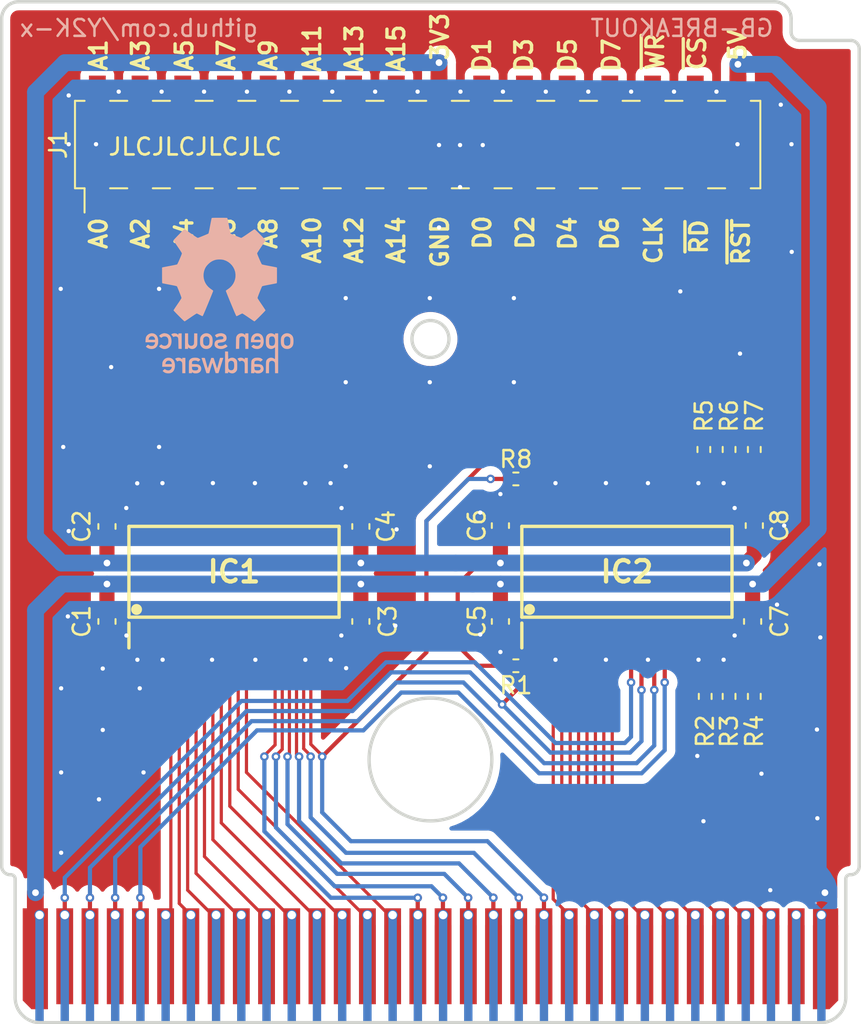
<source format=kicad_pcb>
(kicad_pcb (version 20221018) (generator pcbnew)
  (layers (0 "F.Cu" signal) (31 "B.Cu" signal) (34 "B.Paste" user) (35 "F.Paste" user) (36 "B.SilkS" user "B.Silkscreen") (37 "F.SilkS" user "F.Silkscreen") (38 "B.Mask" user) (39 "F.Mask" user) (44 "Edge.Cuts" user))
  (net 0 "")
  (net 1 "BO_A0")
  (net 2 "BO_A1")
  (net 3 "BO_A2")
  (net 4 "BO_A3")
  (net 5 "BO_A4")
  (net 6 "BO_A5")
  (net 7 "BO_A6")
  (net 8 "BO_A7")
  (net 9 "BO_A8")
  (net 10 "BO_A9")
  (net 11 "BO_A10")
  (net 12 "BO_A11")
  (net 13 "BO_A12")
  (net 14 "BO_A13")
  (net 15 "BO_A14")
  (net 16 "BO_A15")
  (net 17 "GND")
  (net 18 "+3V3")
  (net 19 "BO_~{RST}")
  (net 20 "BO_D7")
  (net 21 "BO_D6")
  (net 22 "BO_D5")
  (net 23 "BO_D4")
  (net 24 "BO_D3")
  (net 25 "BO_D2")
  (net 26 "BO_D1")
  (net 27 "BO_D0")
  (net 28 "BO_~{CS}")
  (net 29 "BO_~{RD}")
  (net 30 "BO_~{WR}")
  (net 31 "BO_CLK")
  (net 32 "+5V")
  (net 33 "GB_A0")
  (net 34 "GB_A1")
  (net 35 "GB_A2")
  (net 36 "GB_A3")
  (net 37 "GB_A4")
  (net 38 "GB_A5")
  (net 39 "GB_A6")
  (net 40 "GB_A7")
  (net 41 "GB_A8")
  (net 42 "GB_A9")
  (net 43 "GB_A10")
  (net 44 "GB_A11")
  (net 45 "GB_A12")
  (net 46 "GB_A13")
  (net 47 "GB_A14")
  (net 48 "GB_A15")
  (net 49 "GB_~{WR}")
  (net 50 "GB_D0")
  (net 51 "GB_D1")
  (net 52 "GB_D2")
  (net 53 "GB_D3")
  (net 54 "GB_D4")
  (net 55 "GB_D5")
  (net 56 "GB_D6")
  (net 57 "GB_D7")
  (net 58 "GB_CLK")
  (net 59 "GB_~{RD}")
  (net 60 "GB_~{CS}")
  (net 61 "GB_~{RST}")
  (net 63 "Net-(R2-Pad1)")
  (net 64 "Net-(R3-Pad1)")
  (net 65 "Net-(R4-Pad1)")
  (net 66 "Net-(R7-Pad1)")
  (net 67 "Net-(R6-Pad1)")
  (net 68 "Net-(R5-Pad1)")
  (footprint "Resistor_SMD:R_0402_1005Metric" (layer "F.Cu") (at 158.58 103.93 -90)
    (fp_text reference "R2")
    (fp_text value "1k" hide)
  )
  (footprint "Resistor_SMD:R_0402_1005Metric" (layer "F.Cu") (at 161.5 103.93 -90)
    (fp_text reference "R4")
    (fp_text value "1k" hide)
  )
  (footprint "Resistor_SMD:R_0402_1005Metric" (layer "F.Cu") (at 161.5 89.25 90)
    (fp_text reference "R7")
    (fp_text value "1k" hide)
  )
  (footprint "Capacitor_SMD:C_0603_1608Metric" (layer "F.Cu") (at 138.1 93.825 -90)
    (fp_text reference "C4")
    (fp_text value "100n" hide)
  )
  (footprint "Capacitor_SMD:C_0603_1608Metric" (layer "F.Cu") (at 146.4 93.775 -90)
    (fp_text reference "C6")
    (fp_text value "100n" hide)
  )
  (footprint "Resistor_SMD:R_0402_1005Metric" (layer "F.Cu") (at 158.5 89.25 90)
    (fp_text reference "R5")
    (fp_text value "1k" hide)
  )
  (footprint "Connector_PinHeader_2.54mm:PinHeader_2x16_P2.54mm_Vertical_SMD" (layer "F.Cu") (at 141.478 71.12 90)
    (fp_text reference "J1")
    (fp_text value "Conn_02x16_Counter_Clockwise" hide)
  )
  (footprint "74LVC16T245DGGRG4:SOP50P810X120-48N" (layer "F.Cu") (at 130.556 96.52 90)
    (fp_text reference "IC1")
    (fp_text value "74LVC16T245DGGRG4" hide)
  )
  (footprint "Resistor_SMD:R_0402_1005Metric" (layer "F.Cu") (at 147.32 102.108 180)
    (fp_text reference "R1")
    (fp_text value "1k")
  )
  (footprint "Capacitor_SMD:C_0603_1608Metric" (layer "F.Cu") (at 161.5 93.775 -90)
    (fp_text reference "C8")
    (fp_text value "100n" hide)
  )
  (footprint "Capacitor_SMD:C_0603_1608Metric" (layer "F.Cu") (at 123 93.825 -90)
    (fp_text reference "C2")
    (fp_text value "100n" hide)
  )
  (footprint "oshw_silk:oshw_silk" (layer "F.Cu") (at 129.7 80.1)
    (fp_text reference "G***" hide)
    (fp_text value "LOGO" hide)
  )
  (footprint "HDR_Gameboy_Cartridges:GB_Cartridge" (layer "F.Cu") (at 142.24 119.38)
    (fp_text reference "U1" hide)
    (fp_text value "Cartridge_Bus")
    (fp_line (start -25.501 -55.75) (end -25.5 -5.35) (stroke (width 0.2)) (layer "Edge.Cuts"))
    (fp_line (start -24.95 -4.85) (end -25 -4.85) (stroke (width 0.2)) (layer "Edge.Cuts"))
    (fp_line (start -24.699998 2.449998) (end -24.7 -4.6) (stroke (width 0.2)) (layer "Edge.Cuts"))
    (fp_line (start -23.199561 3.949559) (end 23.200441 3.950435) (stroke (width 0.2)) (layer "Edge.Cuts"))
    (fp_line (start 20.45 -56.75) (end -24.501 -56.75) (stroke (width 0.2)) (layer "Edge.Cuts"))
    (fp_line (start 21.45 -55.75) (end 21.45 -54.95) (stroke (width 0.2)) (layer "Edge.Cuts"))
    (fp_line (start 24.700002 2.449998) (end 24.7 -4.6) (stroke (width 0.2)) (layer "Edge.Cuts"))
    (fp_line (start 25 -54.45) (end 21.95 -54.45) (stroke (width 0.2)) (layer "Edge.Cuts"))
    (fp_line (start 25 -4.85) (end 24.95 -4.85) (stroke (width 0.2)) (layer "Edge.Cuts"))
    (fp_line (start 25.5 -5.35) (end 25.5 -53.95) (stroke (width 0.2)) (layer "Edge.Cuts"))
    (fp_arc (start -25.501 -55.75) (mid -25.208107 -56.457107) (end -24.501 -56.75) (stroke (width 0.2)) (layer "Edge.Cuts"))
    (fp_arc (start -25 -4.85) (mid -25.353553 -4.996447) (end -25.5 -5.35) (stroke (width 0.2)) (layer "Edge.Cuts"))
    (fp_arc (start -24.95 -4.85) (mid -24.773223 -4.776777) (end -24.7 -4.6) (stroke (width 0.2)) (layer "Edge.Cuts"))
    (fp_arc (start -23.199561 3.949559) (mid -24.260349 3.510529) (end -24.699998 2.449998) (stroke (width 0.2)) (layer "Edge.Cuts"))
    (fp_arc (start 20.45 -56.75) (mid 21.157107 -56.457107) (end 21.45 -55.75) (stroke (width 0.2)) (layer "Edge.Cuts"))
    (fp_arc (start 21.95 -54.45) (mid 21.596447 -54.596447) (end 21.45 -54.95) (stroke (width 0.2)) (layer "Edge.Cuts"))
    (fp_arc (start 24.7 -4.6) (mid 24.773223 -4.776777) (end 24.95 -4.85) (stroke (width 0.2)) (layer "Edge.Cuts"))
    (fp_arc (start 24.700002 2.449998) (mid 24.260973 3.510786) (end 23.200441 3.950435) (stroke (width 0.2)) (layer "Edge.Cuts"))
    (fp_arc (start 25 -54.45) (mid 25.353553 -54.303553) (end 25.5 -53.95) (stroke (width 0.2)) (layer "Edge.Cuts"))
    (fp_arc (start 25.5 -5.35) (mid 25.353553 -4.996447) (end 25 -4.85) (stroke (width 0.2)) (layer "Edge.Cuts"))
    (fp_circle (center 0 -36.7) (end 1.1 -36.7) (stroke (width 0.2)) (fill none) (layer "Edge.Cuts"))
    (fp_circle (center 0 -11.7) (end 3.65 -11.7) (stroke (width 0.2)) (fill none) (layer "Edge.Cuts"))
  )
  (footprint "Resistor_SMD:R_0402_1005Metric" (layer "F.Cu") (at 160 89.25 90)
    (fp_text reference "R6")
    (fp_text value "1k" hide)
  )
  (footprint "74LVC16T245DGGRG4:SOP50P810X120-48N" (layer "F.Cu") (at 153.924 96.52 90)
    (fp_text reference "IC2")
    (fp_text value "74LVC16T245DGGRG4" hide)
  )
  (footprint "Capacitor_SMD:C_0603_1608Metric" (layer "F.Cu") (at 138.1 99.475 90)
    (fp_text reference "C3")
    (fp_text value "100n" hide)
  )
  (footprint "Capacitor_SMD:C_0603_1608Metric" (layer "F.Cu") (at 123 99.475 90)
    (fp_text reference "C1")
    (fp_text value "100n" hide)
  )
  (footprint "Capacitor_SMD:C_0603_1608Metric" (layer "F.Cu") (at 161.4 99.475 90)
    (fp_text reference "C7")
    (fp_text value "100n" hide)
  )
  (footprint "Resistor_SMD:R_0402_1005Metric" (layer "F.Cu") (at 147.32 91)
    (fp_text reference "R8")
    (fp_text value "1k")
  )
  (footprint "Resistor_SMD:R_0402_1005Metric" (layer "F.Cu") (at 160 103.93 -90)
    (fp_text reference "R3")
    (fp_text value "1k" hide)
  )
  (footprint "Capacitor_SMD:C_0603_1608Metric" (layer "F.Cu") (at 146.4 99.475 90)
    (fp_text reference "C5")
    (fp_text value "100n" hide)
  )
  (gr_circle (center 124.76 98.76) (end 125.01 98.76) (stroke (width 0.15)) (fill solid) (layer "F.SilkS"))
  (gr_circle (center 148.13 98.76) (end 148.38 98.76) (stroke (width 0.15)) (fill solid) (layer "F.SilkS"))
  (gr_text "github.com/Y2K-x" (at 124.9 64.2) (layer "B.SilkS") (effects (font (size 1 1)) (justify mirror)))
  (gr_text "GB-BREAKOUT" (at 157.2 64.2) (layer "B.SilkS") (effects (font (size 1 1)) (justify mirror)))
  (gr_text "3V3" (at 142.8 64.7 90) (layer "F.SilkS") (effects (font (size 1 1) (thickness 0.2))))
  (gr_text "GND" (at 142.8 76.9 90) (layer "F.SilkS") (effects (font (size 1 1) (thickness 0.2))))
  (gr_text "~{CS}" (at 158.1 65.7 90) (layer "F.SilkS") (effects (font (size 1 1) (thickness 0.2))))
  (gr_text "CLK" (at 155.5 76.8 90) (layer "F.SilkS") (effects (font (size 1 1) (thickness 0.2))))
  (gr_text "A14" (at 140.2 76.8 90) (layer "F.SilkS") (effects (font (size 1 1) (thickness 0.2))))
  (gr_text "A9" (at 132.6 65.8 90) (layer "F.SilkS") (effects (font (size 1 1) (thickness 0.2))))
  (gr_text "D5" (at 150.4 65.8 90) (layer "F.SilkS") (effects (font (size 1 1) (thickness 0.2))))
  (gr_text "D1" (at 145.3 65.8 90) (layer "F.SilkS") (effects (font (size 1 1) (thickness 0.2))))
  (gr_text "JLCJLCJLCJLC" (at 128.25 71.25) (layer "F.SilkS") (effects (font (size 1 1) (thickness 0.16))))
  (gr_text "A15" (at 140.2 65.4 90) (layer "F.SilkS") (effects (font (size 1 1) (thickness 0.2))))
  (gr_text "A1" (at 122.5 65.8 90) (layer "F.SilkS") (effects (font (size 1 1) (thickness 0.2))))
  (gr_text "D3" (at 147.8 65.8 90) (layer "F.SilkS") (effects (font (size 1 1) (thickness 0.2))))
  (gr_text "A11" (at 135.2 65.4 90) (layer "F.SilkS") (effects (font (size 1 1) (thickness 0.2))))
  (gr_text "A5" (at 127.6 65.8 90) (layer "F.SilkS") (effects (font (size 1 1) (thickness 0.2))))
  (gr_text "D0" (at 145.325 76.35 90) (layer "F.SilkS") (effects (font (size 1 1) (thickness 0.2))))
  (gr_text "A6" (at 130.1 76.4 90) (layer "F.SilkS") (effects (font (size 1 1) (thickness 0.2))))
  (gr_text "~{RST}" (at 160.7 76.9 90) (layer "F.SilkS") (effects (font (size 1 1) (thickness 0.2))))
  (gr_text "A2" (at 125 76.4 90) (layer "F.SilkS") (effects (font (size 1 1) (thickness 0.2))))
  (gr_text "A13" (at 137.7 65.4 90) (layer "F.SilkS") (effects (font (size 1 1) (thickness 0.2))))
  (gr_text "A7" (at 130.1 65.8 90) (layer "F.SilkS") (effects (font (size 1 1) (thickness 0.2))))
  (gr_text "D4" (at 150.4 76.4 90) (layer "F.SilkS") (effects (font (size 1 1) (thickness 0.2))))
  (gr_text "A8" (at 132.6 76.4 90) (layer "F.SilkS") (effects (font (size 1 1) (thickness 0.2))))
  (gr_text "D7" (at 153 65.8 90) (layer "F.SilkS") (effects (font (size 1 1) (thickness 0.2))))
  (gr_text "D2" (at 147.875 76.35 90) (layer "F.SilkS") (effects (font (size 1 1) (thickness 0.2))))
  (gr_text "~{RD}" (at 158.2 76.6 90) (layer "F.SilkS") (effects (font (size 1 1) (thickness 0.2))))
  (gr_text "A3" (at 125 65.8 90) (layer "F.SilkS") (effects (font (size 1 1) (thickness 0.2))))
  (gr_text "D6" (at 152.9 76.4 90) (layer "F.SilkS") (effects (font (size 1 1) (thickness 0.2))))
  (gr_text "5V" (at 160.5 65.2 90) (layer "F.SilkS") (effects (font (size 1 1) (thickness 0.2))))
  (gr_text "A12" (at 137.7 76.8 90) (layer "F.SilkS") (effects (font (size 1 1) (thickness 0.2))))
  (gr_text "~{WR}" (at 155.6 65.6 90) (layer "F.SilkS") (effects (font (size 1 1) (thickness 0.2))))
  (gr_text "A4" (at 127.6 76.4 90) (layer "F.SilkS") (effects (font (size 1 1) (thickness 0.2))))
  (gr_text "A0" (at 122.5 76.4 90) (layer "F.SilkS") (effects (font (size 1 1) (thickness 0.2))))
  (gr_text "A10" (at 135.2 76.8 90) (layer "F.SilkS") (effects (font (size 1 1) (thickness 0.2))))
  (segment (start 127.25 79.25) (end 122.428 74.428) (width 0.19) (layer "F.Cu") (net 1))
  (segment (start 122.428 74.428) (end 122.428 73.645) (width 0.19) (layer "F.Cu") (net 1))
  (segment (start 125.306 92.732) (end 125.329 92.709) (width 0.19) (layer "F.Cu") (net 1))
  (segment (start 126.5 90.25) (end 127.25 89.5) (width 0.19) (layer "F.Cu") (net 1))
  (segment (start 125.9 90.25) (end 126.5 90.25) (width 0.19) (layer "F.Cu") (net 1))
  (segment (start 127.25 89.5) (end 127.25 79.25) (width 0.19) (layer "F.Cu") (net 1))
  (segment (start 125.329 90.821) (end 125.9 90.25) (width 0.19) (layer "F.Cu") (net 1))
  (segment (start 125.329 92.709) (end 125.329 90.821) (width 0.19) (layer "F.Cu") (net 1))
  (segment (start 125.731 91.071571) (end 126.081082 90.721489) (width 0.19) (layer "F.Cu") (net 2))
  (segment (start 127.75 79.051022) (end 123.66 74.961022) (width 0.19) (layer "F.Cu") (net 2))
  (segment (start 123.66 69.827) (end 122.428 68.595) (width 0.19) (layer "F.Cu") (net 2))
  (segment (start 125.806 92.732) (end 125.731 92.657) (width 0.19) (layer "F.Cu") (net 2))
  (segment (start 123.66 74.961022) (end 123.66 69.827) (width 0.19) (layer "F.Cu") (net 2))
  (segment (start 126.081082 90.721489) (end 126.678511 90.721489) (width 0.19) (layer "F.Cu") (net 2))
  (segment (start 126.678511 90.721489) (end 127.75 89.65) (width 0.19) (layer "F.Cu") (net 2))
  (segment (start 127.75 89.65) (end 127.75 79.051022) (width 0.19) (layer "F.Cu") (net 2))
  (segment (start 125.731 92.657) (end 125.731 91.071571) (width 0.19) (layer "F.Cu") (net 2))
  (segment (start 126.806 92.732) (end 126.829 92.709) (width 0.19) (layer "F.Cu") (net 3))
  (segment (start 128.25 89.8) (end 128.25 78.85) (width 0.19) (layer "F.Cu") (net 3))
  (segment (start 126.829 91.221) (end 128.25 89.8) (width 0.19) (layer "F.Cu") (net 3))
  (segment (start 128.25 78.85) (end 124.968 75.568) (width 0.19) (layer "F.Cu") (net 3))
  (segment (start 126.829 92.709) (end 126.829 91.221) (width 0.19) (layer "F.Cu") (net 3))
  (segment (start 124.968 75.568) (end 124.968 73.645) (width 0.19) (layer "F.Cu") (net 3))
  (segment (start 126.23 76.13) (end 126.23 69.857) (width 0.19) (layer "F.Cu") (net 4))
  (segment (start 128.75 89.9) (end 128.75 78.65) (width 0.19) (layer "F.Cu") (net 4))
  (segment (start 128.75 78.65) (end 126.23 76.13) (width 0.19) (layer "F.Cu") (net 4))
  (segment (start 126.23 69.857) (end 124.968 68.595) (width 0.19) (layer "F.Cu") (net 4))
  (segment (start 127.306 91.344) (end 128.75 89.9) (width 0.19) (layer "F.Cu") (net 4))
  (segment (start 127.306 92.732) (end 127.306 91.344) (width 0.19) (layer "F.Cu") (net 4))
  (segment (start 128.306 90.932102) (end 129.25 89.988102) (width 0.19) (layer "F.Cu") (net 5))
  (segment (start 128.306 92.732) (end 128.306 90.932102) (width 0.19) (layer "F.Cu") (net 5))
  (segment (start 127.51 76.71) (end 127.51 73.647) (width 0.19) (layer "F.Cu") (net 5))
  (segment (start 129.25 89.988102) (end 129.25 78.45) (width 0.19) (layer "F.Cu") (net 5))
  (segment (start 129.25 78.45) (end 127.51 76.71) (width 0.19) (layer "F.Cu") (net 5))
  (segment (start 127.51 73.647) (end 127.508 73.645) (width 0.19) (layer "F.Cu") (net 5))
  (segment (start 129.75 90.2) (end 129.75 78.25) (width 0.19) (layer "F.Cu") (net 6))
  (segment (start 128.771 92.697) (end 128.771 91.028475) (width 0.19) (layer "F.Cu") (net 6))
  (segment (start 128.78 77.28) (end 128.78 69.867) (width 0.19) (layer "F.Cu") (net 6))
  (segment (start 128.806 92.732) (end 128.771 92.697) (width 0.19) (layer "F.Cu") (net 6))
  (segment (start 128.771 91.028475) (end 129.081082 90.718393) (width 0.19) (layer "F.Cu") (net 6))
  (segment (start 128.78 69.867) (end 127.508 68.595) (width 0.19) (layer "F.Cu") (net 6))
  (segment (start 129.75 78.25) (end 128.78 77.28) (width 0.19) (layer "F.Cu") (net 6))
  (segment (start 129.081082 90.718393) (end 129.231607 90.718393) (width 0.19) (layer "F.Cu") (net 6))
  (segment (start 129.231607 90.718393) (end 129.75 90.2) (width 0.19) (layer "F.Cu") (net 6))
  (segment (start 129.806 92.732) (end 129.829 92.709) (width 0.19) (layer "F.Cu") (net 7))
  (segment (start 129.829 92.709) (end 129.829 90.720495) (width 0.19) (layer "F.Cu") (net 7))
  (segment (start 129.829 90.720495) (end 130.25 90.299495) (width 0.19) (layer "F.Cu") (net 7))
  (segment (start 130.25 73.847) (end 130.048 73.645) (width 0.19) (layer "F.Cu") (net 7))
  (segment (start 130.25 90.299495) (end 130.25 73.847) (width 0.19) (layer "F.Cu") (net 7))
  (segment (start 130.199 90.951) (end 130.75 90.4) (width 0.19) (layer "F.Cu") (net 8))
  (segment (start 131.35 77.2) (end 131.35 69.897) (width 0.19) (layer "F.Cu") (net 8))
  (segment (start 130.306 92.732) (end 130.306 91.8265) (width 0.19) (layer "F.Cu") (net 8))
  (segment (start 130.75 77.8) (end 131.35 77.2) (width 0.19) (layer "F.Cu") (net 8))
  (segment (start 130.306 91.8265) (end 130.199 91.7195) (width 0.19) (layer "F.Cu") (net 8))
  (segment (start 130.75 90.4) (end 130.75 77.8) (width 0.19) (layer "F.Cu") (net 8))
  (segment (start 131.35 69.897) (end 130.048 68.595) (width 0.19) (layer "F.Cu") (net 8))
  (segment (start 130.199 91.7195) (end 130.199 90.951) (width 0.19) (layer "F.Cu") (net 8))
  (segment (start 132.588 76.612) (end 132.588 73.645) (width 0.19) (layer "F.Cu") (net 9))
  (segment (start 131.25 77.95) (end 132.588 76.612) (width 0.19) (layer "F.Cu") (net 9))
  (segment (start 130.806 90.919) (end 131.25 90.475) (width 0.19) (layer "F.Cu") (net 9))
  (segment (start 131.25 90.475) (end 131.25 77.95) (width 0.19) (layer "F.Cu") (net 9))
  (segment (start 130.806 92.732) (end 130.806 90.919) (width 0.19) (layer "F.Cu") (net 9))
  (segment (start 133.89 69.897) (end 132.588 68.595) (width 0.19) (layer "F.Cu") (net 10))
  (segment (start 131.75 90.551881) (end 131.75 78.1) (width 0.19) (layer "F.Cu") (net 10))
  (segment (start 133.89 75.96) (end 133.89 69.897) (width 0.19) (layer "F.Cu") (net 10))
  (segment (start 131.75 78.1) (end 133.89 75.96) (width 0.19) (layer "F.Cu") (net 10))
  (segment (start 131.271 91.74498) (end 131.271 91.030881) (width 0.19) (layer "F.Cu") (net 10))
  (segment (start 131.271 91.030881) (end 131.75 90.551881) (width 0.19) (layer "F.Cu") (net 10))
  (segment (start 131.306 91.77998) (end 131.271 91.74498) (width 0.19) (layer "F.Cu") (net 10))
  (segment (start 131.306 92.732) (end 131.306 91.77998) (width 0.19) (layer "F.Cu") (net 10))
  (segment (start 132.25 78.35) (end 135.128 75.472) (width 0.19) (layer "F.Cu") (net 11))
  (segment (start 132.329 90.671) (end 132.25 90.592) (width 0.19) (layer "F.Cu") (net 11))
  (segment (start 135.128 75.472) (end 135.128 73.645) (width 0.19) (layer "F.Cu") (net 11))
  (segment (start 132.25 90.592) (end 132.25 78.35) (width 0.19) (layer "F.Cu") (net 11))
  (segment (start 132.306 92.732) (end 132.329 92.709) (width 0.19) (layer "F.Cu") (net 11))
  (segment (start 132.329 92.709) (end 132.329 90.671) (width 0.19) (layer "F.Cu") (net 11))
  (segment (start 136.39 74.91) (end 136.39 69.857) (width 0.19) (layer "F.Cu") (net 12))
  (segment (start 136.39 69.857) (end 135.128 68.595) (width 0.19) (layer "F.Cu") (net 12))
  (segment (start 132.806 92.732) (end 132.75 92.676) (width 0.19) (layer "F.Cu") (net 12))
  (segment (start 132.75 92.676) (end 132.75 78.55) (width 0.19) (layer "F.Cu") (net 12))
  (segment (start 132.75 78.55) (end 136.39 74.91) (width 0.19) (layer "F.Cu") (net 12))
  (segment (start 133.806 90.956) (end 133.25 90.4) (width 0.19) (layer "F.Cu") (net 13))
  (segment (start 137.668 74.332) (end 137.668 73.645) (width 0.19) (layer "F.Cu") (net 13))
  (segment (start 133.25 90.4) (end 133.25 78.75) (width 0.19) (layer "F.Cu") (net 13))
  (segment (start 133.25 78.75) (end 137.668 74.332) (width 0.19) (layer "F.Cu") (net 13))
  (segment (start 133.806 92.732) (end 133.806 90.956) (width 0.19) (layer "F.Cu") (net 13))
  (segment (start 138.96 74.977022) (end 138.96 69.887) (width 0.19) (layer "F.Cu") (net 14))
  (segment (start 138.96 69.887) (end 137.668 68.595) (width 0.19) (layer "F.Cu") (net 14))
  (segment (start 137.255489 75.494511) (end 138.442511 75.494511) (width 0.19) (layer "F.Cu") (net 14))
  (segment (start 133.75 79) (end 137.255489 75.494511) (width 0.19) (layer "F.Cu") (net 14))
  (segment (start 133.75 90.37742) (end 133.75 79) (width 0.19) (layer "F.Cu") (net 14))
  (segment (start 134.271 92.697) (end 134.271 90.89842) (width 0.19) (layer "F.Cu") (net 14))
  (segment (start 134.271 90.89842) (end 133.75 90.37742) (width 0.19) (layer "F.Cu") (net 14))
  (segment (start 134.306 92.732) (end 134.271 92.697) (width 0.19) (layer "F.Cu") (net 14))
  (segment (start 138.442511 75.494511) (end 138.96 74.977022) (width 0.19) (layer "F.Cu") (net 14))
  (segment (start 134.25 90.25) (end 134.25 79.25) (width 0.19) (layer "F.Cu") (net 15))
  (segment (start 135.329 92.709) (end 135.329 91.031571) (width 0.19) (layer "F.Cu") (net 15))
  (segment (start 140.208 74.251602) (end 140.208 73.645) (width 0.19) (layer "F.Cu") (net 15))
  (segment (start 135.306 92.732) (end 135.329 92.709) (width 0.19) (layer "F.Cu") (net 15))
  (segment (start 137.55 75.95) (end 138.509602 75.95) (width 0.19) (layer "F.Cu") (net 15))
  (segment (start 135.329 91.031571) (end 135.018918 90.721489) (width 0.19) (layer "F.Cu") (net 15))
  (segment (start 134.25 79.25) (end 137.55 75.95) (width 0.19) (layer "F.Cu") (net 15))
  (segment (start 134.721489 90.721489) (end 134.25 90.25) (width 0.19) (layer "F.Cu") (net 15))
  (segment (start 135.018918 90.721489) (end 134.721489 90.721489) (width 0.19) (layer "F.Cu") (net 15))
  (segment (start 138.509602 75.95) (end 140.208 74.251602) (width 0.19) (layer "F.Cu") (net 15))
  (segment (start 135.771 90.950991) (end 135.171978 90.351969) (width 0.19) (layer "F.Cu") (net 16))
  (segment (start 140.027022 76.45) (end 141.48 74.997022) (width 0.19) (layer "F.Cu") (net 16))
  (segment (start 134.951969 90.351969) (end 134.75 90.15) (width 0.19) (layer "F.Cu") (net 16))
  (segment (start 141.48 74.997022) (end 141.48 69.867) (width 0.19) (layer "F.Cu") (net 16))
  (segment (start 141.48 69.867) (end 140.208 68.595) (width 0.19) (layer "F.Cu") (net 16))
  (segment (start 135.771 92.697) (end 135.771 90.950991) (width 0.19) (layer "F.Cu") (net 16))
  (segment (start 135.806 92.732) (end 135.771 92.697) (width 0.19) (layer "F.Cu") (net 16))
  (segment (start 134.75 90.15) (end 134.75 79.475) (width 0.19) (layer "F.Cu") (net 16))
  (segment (start 137.775 76.45) (end 140.027022 76.45) (width 0.19) (layer "F.Cu") (net 16))
  (segment (start 135.171978 90.351969) (end 134.951969 90.351969) (width 0.19) (layer "F.Cu") (net 16))
  (segment (start 134.75 79.475) (end 137.775 76.45) (width 0.19) (layer "F.Cu") (net 16))
  (segment (start 159.675 92.731) (end 159.674 92.732) (width 0.25) (layer "F.Cu") (net 17))
  (segment (start 124.81 101.75) (end 124.806 101.746) (width 0.25) (layer "F.Cu") (net 17))
  (segment (start 131.826 100.328) (end 131.806 100.308) (width 0.19) (layer "F.Cu") (net 17))
  (segment (start 136.306 92.732) (end 136.948 92.732) (width 0.25) (layer "F.Cu") (net 17))
  (segment (start 152.674 100.308) (end 152.674 101.749) (width 0.25) (layer "F.Cu") (net 17))
  (segment (start 129.25 100.364) (end 129.306 100.308) (width 0.19) (layer "F.Cu") (net 17))
  (segment (start 149.674 91.251) (end 149.675 91.25) (width 0.25) (layer "F.Cu") (net 17))
  (segment (start 160.33 100.31) (end 159.676 100.31) (width 0.25) (layer "F.Cu") (net 17))
  (segment (start 145.199416 100.25) (end 146.4 100.25) (width 0.25) (layer "F.Cu") (net 17))
  (segment (start 124.806 92.732) (end 124.152 92.732) (width 0.25) (layer "F.Cu") (net 17))
  (segment (start 131.806 91.256) (end 131.8 91.25) (width 0.25) (layer "F.Cu") (net 17))
  (segment (start 152.675 92.731) (end 152.674 92.732) (width 0.25) (layer "F.Cu") (net 17))
  (segment (start 149.674 100.308) (end 149.674 101.749) (width 0.25) (layer "F.Cu") (net 17))
  (segment (start 145.199159 93) (end 146.4 93) (width 0.25) (layer "F.Cu") (net 17))
  (segment (start 152.674 101.749) (end 152.675 101.75) (width 0.25) (layer "F.Cu") (net 17))
  (segment (start 131.826 101.7524) (end 131.826 100.328) (width 0.19) (layer "F.Cu") (net 17))
  (segment (start 134.7978 101.7524) (end 134.7978 100.3162) (width 0.19) (layer "F.Cu") (net 17))
  (segment (start 131.806 92.732) (end 131.806 91.256) (width 0.25) (layer "F.Cu") (net 17))
  (segment (start 124.806 91.266) (end 124.806 92.732) (width 0.25) (layer "F.Cu") (net 17))
  (segment (start 149.674 101.749) (end 149.675 101.75) (width 0.25) (layer "F.Cu") (net 17))
  (segment (start 159.674 101.749) (end 159.675 101.75) (width 0.25) (layer "F.Cu") (net 17))
  (segment (start 149.674 92.732) (end 149.674 91.251) (width 0.25) (layer "F.Cu") (net 17))
  (segment (start 124.152 92.732) (end 124.15 92.73) (width 0.25) (layer "F.Cu") (net 17))
  (segment (start 136.31 100.312) (end 136.306 100.308) (width 0.25) (layer "F.Cu") (net 17))
  (segment (start 146.4 101.29) (end 146.4 100.25) (width 0.25) (layer "F.Cu") (net 17))
  (segment (start 158.174 101.741655) (end 158.182345 101.75) (width 0.25) (layer "F.Cu") (net 17))
  (segment (start 165.7 116.72) (end 165.57 116.85) (width 0.25) (layer "F.Cu") (net 17))
  (segment (start 129.306 91.252904) (end 129.3 91.246904) (width 0.25) (layer "F.Cu") (net 17))
  (segment (start 155.174 101.749) (end 155.175 101.75) (width 0.25) (layer "F.Cu") (net 17))
  (segment (start 165.7 116.72) (end 165.74 116.76) (width 1) (layer "F.Cu") (net 17))
  (segment (start 124.16 100.31) (end 124.804 100.31) (width 0.25) (layer "F.Cu") (net 17))
  (segment (start 159.676 92.73) (end 159.674 92.732) (width 0.25) (layer "F.Cu") (net 17))
  (segment (start 158.174 100.308) (end 158.174 101.741655) (width 0.25) (layer "F.Cu") (net 17))
  (segment (start 165.7 115.6) (end 165.7 116.72) (width 1) (layer "F.Cu") (net 17))
  (segment (start 165.74 116.76) (end 165.74 116.85) (width 1) (layer "F.Cu") (net 17))
  (segment (start 136.31 101.75) (end 136.31 100.312) (width 0.25) (layer "F.Cu") (net 17))
  (segment (start 126.3 91.25) (end 126.306 91.256) (width 0.25) (layer "F.Cu") (net 17))
  (segment (start 134.806 91.256) (end 134.8 91.25) (width 0.25) (layer "F.Cu") (net 17))
  (segment (start 136.306 100.308) (end 136.938 100.308) (width 0.25) (layer "F.Cu") (net 17))
  (segment (start 134.806 92.732) (end 134.806 91.256) (width 0.25) (layer "F.Cu") (net 17))
  (segment (start 136.316 101.756) (end 136.31 101.75) (width 0.25) (layer "F.Cu") (net 17))
  (segment (start 126.306 101.746) (end 126.306 100.308) (width 0.25) (layer "F.Cu") (net 17))
  (segment (start 136.306 91.256) (end 136.3 91.25) (width 0.25) (layer "F.Cu") (net 17))
  (segment (start 155.175 92.731) (end 155.174 92.732) (width 0.25) (layer "F.Cu") (net 17))
  (segment (start 165.57 116.85) (end 165.49 116.85) (width 0.25) (layer "F.Cu") (net 17))
  (segment (start 134.7978 100.3162) (end 134.806 100.308) (width 0.19) (layer "F.Cu") (net 17))
  (segment (start 152.675 91.246904) (end 152.675 92.731) (width 0.25) (layer "F.Cu") (net 17))
  (segment (start 159.676 100.31) (end 159.674 100.308) (width 0.25) (layer "F.Cu") (net 17))
  (segment (start 129.25 101.7524) (end 129.25 100.364) (width 0.19) (layer "F.Cu") (net 17))
  (segment (start 158.175 91.25) (end 158.175 92.731) (width 0.25) (layer "F.Cu") (net 17))
  (segment (start 126.31 101.75) (end 126.306 101.746) (width 0.25) (layer "F.Cu") (net 17))
  (segment (start 160.33 92.73) (end 159.676 92.73) (width 0.25) (layer "F.Cu") (net 17))
  (segment (start 124.8 91.26) (end 124.806 91.266) (width 0.25) (layer "F.Cu") (net 17))
  (segment (start 159.674 100.308) (end 159.674 101.749) (width 0.25) (layer "F.Cu") (net 17))
  (segment (start 155.175 91.25) (end 155.175 92.731) (width 0.25) (layer "F.Cu") (net 17))
  (segment (start 136.948 92.732) (end 136.95 92.73) (width 0.25) (layer "F.Cu") (net 17))
  (segment (start 146.4 93) (end 146.4 91.9) (width 0.25) (layer "F.Cu") (net 17))
  (segment (start 129.306 92.732) (end 129.306 91.252904) (width 0.25) (layer "F.Cu") (net 17))
  (segment (start 136.306 92.732) (end 136.306 91.256) (width 0.25) (layer "F.Cu") (net 17))
  (segment (start 155.174 100.308) (end 155.174 101.749) (width 0.25) (layer "F.Cu") (net 17))
  (segment (start 124.804 100.31) (end 124.806 100.308) (width 0.25) (layer "F.Cu") (net 17))
  (segment (start 124.806 101.746) (end 124.806 100.308) (width 0.25) (layer "F.Cu") (net 17))
  (segment (start 158.175 92.731) (end 158.174 92.732) (width 0.25) (layer "F.Cu") (net 17))
  (segment (start 136.938 100.308) (end 136.94 100.31) (width 0.25) (layer "F.Cu") (net 17))
  (segment (start 126.306 91.256) (end 126.306 92.732) (width 0.25) (layer "F.Cu") (net 17))
  (segment (start 159.675 91.25) (end 159.675 92.731) (width 0.25) (layer "F.Cu") (net 17))
  (via (at 123.7 67.975) (size 0.508) (drill 0.254) (layers "F.Cu" "B.Cu") (net 17))
  (via (at 146.4 91.9) (size 0.508) (drill 0.254) (layers "F.Cu" "B.Cu") (net 17))
  (via (at 136.95 92.73) (size 0.508) (drill 0.254) (layers "F.Cu" "B.Cu") (net 17))
  (via (at 163.710939 71.1) (size 0.508) (drill 0.254) (layers "F.Cu" "B.Cu") (net 17))
  (via (at 123.25 84.35) (size 0.508) (drill 0.254) (layers "F.Cu" "B.Cu") (net 17))
  (via (at 131.8 91.25) (size 0.508) (drill 0.254) (layers "F.Cu" "B.Cu") (net 17))
  (via (at 120.725 71.1) (size 0.508) (drill 0.254) (layers "F.Cu" "B.Cu") (net 17))
  (via (at 144 71.15) (size 0.508) (drill 0.254) (layers "F.Cu" "B.Cu") (net 17))
  (via (at 124.8 91.26) (size 0.508) (drill 0.254) (layers "F.Cu" "B.Cu") (net 17))
  (via (at 134.7978 101.7524) (size 0.508) (drill 0.254) (layers "F.Cu" "B.Cu") (net 17))
  (via (at 151.625 67.975) (size 0.508) (drill 0.254) (layers "F.Cu" "B.Cu") (net 17))
  (via (at 149.1 67.975) (size 0.508) (drill 0.254) (layers "F.Cu" "B.Cu") (net 17))
  (via (at 122.75 102.275) (size 0.508) (drill 0.254) (layers "F.Cu" "B.Cu") (net 17))
  (via (at 142.75 71.15) (size 0.508) (drill 0.254) (layers "F.Cu" "B.Cu") (net 17))
  (via (at 161.925 108.525) (size 0.508) (drill 0.254) (layers "F.Cu" "B.Cu") (net 17))
  (via (at 165.25 111.175) (size 0.508) (drill 0.254) (layers "F.Cu" "B.Cu") (net 17))
  (via (at 140.225 94) (size 0.508) (drill 0.254) (layers "F.Cu" "B.Cu") (net 17))
  (via (at 120.275 108.45) (size 0.508) (drill 0.254) (layers "F.Cu" "B.Cu") (net 17))
  (via (at 137.2 85.25) (size 0.508) (drill 0.254) (layers "F.Cu" "B.Cu") (net 17))
  (via (at 136.4 67.975) (size 0.508) (drill 0.254) (layers "F.Cu" "B.Cu") (net 17))
  (via (at 142.2 85.25) (size 0.508) (drill 0.254) (layers "F.Cu" "B.Cu") (net 17))
  (via (at 136.31 101.75) (size 0.508) (drill 0.254) (layers "F.Cu" "B.Cu") (net 17))
  (via (at 134.8 91.25) (size 0.508) (drill 0.254) (layers "F.Cu" "B.Cu") (net 17))
  (via (at 152.675 91.246904) (size 0.508) (drill 0.254) (layers "F.Cu" "B.Cu") (net 17))
  (via (at 120.275 113.225) (size 0.508) (drill 0.254) (layers "F.Cu" "B.Cu") (net 17))
  (via (at 158.175 91.25) (size 0.508) (drill 0.254) (layers "F.Cu" "B.Cu") (net 17))
  (via (at 158.475 111.35) (size 0.508) (drill 0.254) (layers "F.Cu" "B.Cu") (net 17))
  (via (at 120.675 99.175) (size 0.508) (drill 0.254) (layers "F.Cu" "B.Cu") (net 17))
  (via (at 124.16 100.31) (size 0.508) (drill 0.254) (layers "F.Cu" "B.Cu") (net 17))
  (via (at 124.81 101.75) (size 0.508) (drill 0.254) (layers "F.Cu" "B.Cu") (net 17))
  (via (at 137.2 80.25) (size 0.508) (drill 0.254) (layers "F.Cu" "B.Cu") (net 17))
  (via (at 136.94 100.31) (size 0.508) (drill 0.254) (layers "F.Cu" "B.Cu") (net 17))
  (via (at 122.525 110.05) (size 0.508) (drill 0.254) (layers "F.Cu" "B.Cu") (net 17))
  (via (at 125.175 108.45) (size 0.508) (drill 0.254) (layers "F.Cu" "B.Cu") (net 17))
  (via (at 141.475 67.975) (size 0.508) (drill 0.254) (layers "F.Cu" "B.Cu") (net 17))
  (via (at 160.33 100.31) (size 0.508) (drill 0.254) (layers "F.Cu" "B.Cu") (net 17))
  (via (at 137.2 90.25) (size 0.508) (drill 0.254) (layers "F.Cu" "B.Cu") (net 17))
  (via (at 162.45 115.45) (size 0.508) (drill 0.254) (layers "F.Cu" "B.Cu") (net 17))
  (via (at 158.11 107.47) (size 0.508) (drill 0.254) (layers "F.Cu" "B.Cu") (net 17))
  (via (at 155.175 91.25) (size 0.508) (drill 0.254) (layers "F.Cu" "B.Cu") (net 17))
  (via (at 160.33 92.73) (size 0.508) (drill 0.254) (layers "F.Cu" "B.Cu") (net 17))
  (via (at 122.35 71.1) (size 0.508) (drill 0.254) (layers "F.Cu" "B.Cu") (net 17))
  (via (at 165.425 100.425) (size 0.508) (drill 0.254) (layers "F.Cu" "B.Cu") (net 17))
  (via (at 142.75 76.05) (size 0.508) (drill 0.254) (layers "F.Cu" "B.Cu") (net 17))
  (via (at 157.1 79.85) (size 0.508) (drill 0.254) (layers "F.Cu" "B.Cu") (net 17))
  (via (at 158.182345 101.75) (size 0.508) (drill 0.254) (layers "F.Cu" "B.Cu") (net 17))
  (via (at 159.675 101.75) (size 0.508) (drill 0.254) (layers "F.Cu" "B.Cu") (net 17))
  (via (at 155.175 101.75) (size 0.508) (drill 0.254) (layers "F.Cu" "B.Cu") (net 17))
  (via (at 160.65 83.55) (size 0.508) (drill 0.254) (layers "F.Cu" "B.Cu") (net 17))
  (via (at 120.25 79.7) (size 0.508) (drill 0.254) (layers "F.Cu" "B.Cu") (net 17))
  (via (at 145.199416 100.25) (size 0.508) (drill 0.254) (layers "F.Cu" "B.Cu") (net 17))
  (via (at 126.25 67.975) (size 0.508) (drill 0.254) (layers "F.Cu" "B.Cu") (net 17))
  (via (at 120.725 68.2) (size 0.508) (drill 0.254) (layers "F.Cu" "B.Cu") (net 17))
  (via (at 126.1 79.7) (size 0.508) (drill 0.254) (layers "F.Cu" "B.Cu") (net 17))
  (via (at 165.225 105.9) (size 0.508) (drill 0.254) (layers "F.Cu" "B.Cu") (net 17))
  (via (at 131.325 67.975) (size 0.508) (drill 0.254) (layers "F.Cu" "B.Cu") (net 17))
  (via (at 136.3 91.25) (size 0.508) (drill 0.254) (layers "F.Cu" "B.Cu") (net 17))
  (via (at 163.725 77.5) (size 0.508) (drill 0.254) (layers "F.Cu" "B.Cu") (net 17))
  (via (at 129.3 91.246904) (size 0.508) (drill 0.254) (layers "F.Cu" "B.Cu") (net 17))
  (via (at 160.5 71.1) (size 0.508) (drill 0.254) (layers "F.Cu" "B.Cu") (net 17))
  (via (at 122.75 105.925) (size 0.508) (drill 0.254) (layers "F.Cu" "B.Cu") (net 17))
  (via (at 126.1 89.1) (size 0.508) (drill 0.254) (layers "F.Cu" "B.Cu") (net 17))
  (via (at 165.7 115.6) (size 0.8) (drill 0.4) (layers "F.Cu" "B.Cu") (net 17))
  (via (at 163.075 68.75) (size 0.508) (drill 0.254) (layers "F.Cu" "B.Cu") (net 17))
  (via (at 137.225 102.25) (size 0.508) (drill 0.254) (layers "F.Cu" "B.Cu") (net 17))
  (via (at 146.4 101.29) (size 0.508) (drill 0.254) (layers "F.Cu" "B.Cu") (net 17))
  (via (at 124.15 92.73) (size 0.508) (drill 0.254) (layers "F.Cu" "B.Cu") (net 17))
  (via (at 131.826 101.7524) (size 0.508) (drill 0.254) (layers "F.Cu" "B.Cu") (net 17))
  (via (at 152.675 101.75) (size 0.508) (drill 0.254) (layers "F.Cu" "B.Cu") (net 17))
  (via (at 165.375 96.075) (size 0.508) (drill 0.254) (layers "F.Cu" "B.Cu") (net 17))
  (via (at 159.25 67.975) (size 0.508) (drill 0.254) (layers "F.Cu" "B.Cu") (net 17))
  (via (at 149.675 101.75) (size 0.508) (drill 0.254) (layers "F.Cu" "B.Cu") (net 17))
  (via (at 140.15 99.725) (size 0.508) (drill 0.254) (layers "F.Cu" "B.Cu") (net 17))
  (via (at 124.95 103.45) (size 0.508) (drill 0.254) (layers "F.Cu" "B.Cu") (net 17))
  (via (at 156.725 67.975) (size 0.508) (drill 0.254) (layers "F.Cu" "B.Cu") (net 17))
  (via (at 147.2 80.25) (size 0.508) (drill 0.254) (layers "F.Cu" "B.Cu") (net 17))
  (via (at 120.4 89.1) (size 0.508) (drill 0.254) (layers "F.Cu" "B.Cu") (net 17))
  (via (at 163.275 93.775) (size 0.508) (drill 0.254) (layers "F.Cu" "B.Cu") (net 17))
  (via (at 147.2 85.25) (size 0.508) (drill 0.254) (layers "F.Cu" "B.Cu") (net 17))
  (via (at 149.675 91.25) (size 0.508) (drill 0.254) (layers "F.Cu" "B.Cu") (net 17))
  (via (at 145.199159 93) (size 0.508) (drill 0.254) (layers "F.Cu" "B.Cu") (net 17))
  (via (at 146.55 67.975) (size 0.508) (drill 0.254) (layers "F.Cu" "B.Cu") (net 17))
  (via (at 128.775 67.975) (size 0.508) (drill 0.254) (layers "F.Cu" "B.Cu") (net 17))
  (via (at 142.2 80.25) (size 0.508) (drill 0.254) (layers "F.Cu" "B.Cu") (net 17))
  (via (at 126.3 91.25) (size 0.508) (drill 0.254) (layers "F.Cu" "B.Cu") (net 17))
  (via (at 162.85 98.475) (size 0.508) (drill 0.254) (layers "F.Cu" "B.Cu") (net 17))
  (via (at 120.275 103.45) (size 0.508) (drill 0.254) (layers "F.Cu" "B.Cu") (net 17))
  (via (at 142.2 90.25) (size 0.508) (drill 0.254) (layers "F.Cu" "B.Cu") (net 17))
  (via (at 145.35 71.15) (size 0.508) (drill 0.254) (layers "F.Cu" "B.Cu") (net 17))
  (via (at 133.85 67.975) (size 0.508) (drill 0.254) (layers "F.Cu" "B.Cu") (net 17))
  (via (at 159.675 91.25) (size 0.508) (drill 0.254) (layers "F.Cu" "B.Cu") (net 17))
  (via (at 154.175 67.975) (size 0.508) (drill 0.254) (layers "F.Cu" "B.Cu") (net 17))
  (via (at 129.25 101.7524) (size 0.508) (drill 0.254) (layers "F.Cu" "B.Cu") (net 17))
  (via (at 144 73.65) (size 0.508) (drill 0.254) (layers "F.Cu" "B.Cu") (net 17))
  (via (at 120.725 94.1) (size 0.508) (drill 0.254) (layers "F.Cu" "B.Cu") (net 17))
  (via (at 138.95 67.975) (size 0.508) (drill 0.254) (layers "F.Cu" "B.Cu") (net 17))
  (via (at 126.31 101.75) (size 0.508) (drill 0.254) (layers "F.Cu" "B.Cu") (net 17))
  (via (at 144.025 67.975) (size 0.508) (drill 0.254) (layers "F.Cu" "B.Cu") (net 17))
  (segment (start 143.86 97.29) (end 145.15 96) (width 0.25) (layer "F.Cu") (net 18))
  (segment (start 133.306 92.732) (end 133.306 93.606) (width 0.25) (layer "F.Cu") (net 18))
  (segment (start 127.806 93.794) (end 127 94.6) (width 0.25) (layer "F.Cu") (net 18))
  (segment (start 145.813065 91) (end 146.81 91) (width 0.25) (layer "F.Cu") (net 18))
  (segment (start 150.352522 94.55) (end 146.4 94.55) (width 0.25) (layer "F.Cu") (net 18))
  (segment (start 127 94.6) (end 123 94.6) (width 0.25) (layer "F.Cu") (net 18))
  (segment (start 151.174 93.728522) (end 150.352522 94.55) (width 0.25) (layer "F.Cu") (net 18))
  (segment (start 145.068 102.108) (end 143.86 100.9) (width 0.25) (layer "F.Cu") (net 18))
  (segment (start 142.748 66.252) (end 142.75 66.25) (width 1) (layer "F.Cu") (net 18))
  (segment (start 127.806 92.732) (end 127.806 93.794) (width 0.25) (layer "F.Cu") (net 18))
  (segment (start 156.674 93.728522) (end 157.495478 94.55) (width 0.25) (layer "F.Cu") (net 18))
  (segment (start 145.15 96) (end 146.4 96) (width 0.25) (layer "F.Cu") (net 18))
  (segment (start 142.748 68.595) (end 142.748 66.252) (width 1) (layer "F.Cu") (net 18))
  (segment (start 143.86 100.9) (end 143.86 97.29) (width 0.25) (layer "F.Cu") (net 18))
  (segment (start 138.1 94.6) (end 138.1 96) (width 0.9) (layer "F.Cu") (net 18))
  (segment (start 134.3 94.6) (end 138.1 94.6) (width 0.25) (layer "F.Cu") (net 18))
  (segment (start 157.495478 94.55) (end 161.5 94.55) (width 0.25) (layer "F.Cu") (net 18))
  (segment (start 123 96) (end 123 94.6) (width 0.9) (layer "F.Cu") (net 18))
  (segment (start 151.174 92.732) (end 151.174 93.728522) (width 0.25) (layer "F.Cu") (net 18))
  (segment (start 156.674 92.732) (end 156.674 93.728522) (width 0.25) (layer "F.Cu") (net 18))
  (segment (start 161.5 95.53) (end 161.03 96) (width 0.9) (layer "F.Cu") (net 18))
  (segment (start 146.81 102.108) (end 145.068 102.108) (width 0.25) (layer "F.Cu") (net 18))
  (segment (start 161.5 94.55) (end 161.5 95.53) (width 0.9) (layer "F.Cu") (net 18))
  (segment (start 146.4 94.55) (end 146.4 96) (width 0.9) (layer "F.Cu") (net 18))
  (segment (start 133.306 93.606) (end 134.3 94.6) (width 0.25) (layer "F.Cu") (net 18))
  (via (at 145.813065 91) (size 0.508) (drill 0.254) (layers "F.Cu" "B.Cu") (net 18))
  (via (at 161.03 96) (size 0.8) (drill 0.4) (layers "F.Cu" "B.Cu") (net 18))
  (via (at 142.75 66.25) (size 0.8) (drill 0.4) (layers "F.Cu" "B.Cu") (net 18))
  (via (at 146.4 96) (size 0.8) (drill 0.4) (layers "F.Cu" "B.Cu") (net 18))
  (via (at 138.1 96) (size 0.8) (drill 0.4) (layers "F.Cu" "B.Cu") (net 18))
  (via (at 123 96) (size 0.8) (drill 0.4) (layers "F.Cu" "B.Cu") (net 18))
  (segment (start 142 95.81) (end 142.19 96) (width 0.25) (layer "B.Cu") (net 18))
  (segment (start 142.19 96) (end 143.74 96) (width 0.25) (layer "B.Cu") (net 18))
  (segment (start 120.5 66.25) (end 118.75 68) (width 1) (layer "B.Cu") (net 18))
  (segment (start 118.75 94.45) (end 120.3 96) (width 1) (layer "B.Cu") (net 18))
  (segment (start 120.3 96) (end 143.74 96) (width 1) (layer "B.Cu") (net 18))
  (segment (start 143.74 96) (end 161.03 96) (width 1) (layer "B.Cu") (net 18))
  (segment (start 145.813065 91) (end 144.5 91) (width 0.25) (layer "B.Cu") (net 18))
  (segment (start 142 93.5) (end 142 95.81) (width 0.25) (layer "B.Cu") (net 18))
  (segment (start 118.75 68) (end 118.75 94.45) (width 1) (layer "B.Cu") (net 18))
  (segment (start 144.5 91) (end 142 93.5) (width 0.25) (layer "B.Cu") (net 18))
  (segment (start 142.75 66.25) (end 120.5 66.25) (width 1) (layer "B.Cu") (net 18))
  (segment (start 155.9 79.35) (end 160.528 74.722) (width 0.19) (layer "F.Cu") (net 19))
  (segment (start 160.528 74.722) (end 160.528 73.645) (width 0.19) (layer "F.Cu") (net 19))
  (segment (start 157.174 92.732) (end 157.174 90.574) (width 0.19) (layer "F.Cu") (net 19))
  (segment (start 155.9 89.3) (end 155.9 79.35) (width 0.19) (layer "F.Cu") (net 19))
  (segment (start 157.174 90.574) (end 155.9 89.3) (width 0.19) (layer "F.Cu") (net 19))
  (segment (start 153.674 92.732) (end 153.674 90.774) (width 0.19) (layer "F.Cu") (net 20))
  (segment (start 154.2 69.887) (end 152.908 68.595) (width 0.19) (layer "F.Cu") (net 20))
  (segment (start 154.2 76.9) (end 154.2 69.887) (width 0.19) (layer "F.Cu") (net 20))
  (segment (start 153.4 90.5) (end 153.4 77.7) (width 0.19) (layer "F.Cu") (net 20))
  (segment (start 153.674 90.774) (end 153.4 90.5) (width 0.19) (layer "F.Cu") (net 20))
  (segment (start 153.4 77.7) (end 154.2 76.9) (width 0.19) (layer "F.Cu") (net 20))
  (segment (start 153.203511 91.027986) (end 152.9 90.724475) (width 0.19) (layer "F.Cu") (net 21))
  (segment (start 153.174 92.732) (end 153.203511 92.702489) (width 0.19) (layer "F.Cu") (net 21))
  (segment (start 152.9 90.724475) (end 152.9 73.653) (width 0.19) (layer "F.Cu") (net 21))
  (segment (start 152.9 73.653) (end 152.908 73.645) (width 0.19) (layer "F.Cu") (net 21))
  (segment (start 153.203511 92.702489) (end 153.203511 91.027986) (width 0.19) (layer "F.Cu") (net 21))
  (segment (start 152.146489 91.027986) (end 152.4 90.774475) (width 0.19) (layer "F.Cu") (net 22))
  (segment (start 151.6 76.9) (end 151.6 69.827) (width 0.19) (layer "F.Cu") (net 22))
  (segment (start 151.6 69.827) (end 150.368 68.595) (width 0.19) (layer "F.Cu") (net 22))
  (segment (start 152.146489 92.704489) (end 152.146489 91.027986) (width 0.19) (layer "F.Cu") (net 22))
  (segment (start 152.4 90.774475) (end 152.4 77.7) (width 0.19) (layer "F.Cu") (net 22))
  (segment (start 152.4 77.7) (end 151.6 76.9) (width 0.19) (layer "F.Cu") (net 22))
  (segment (start 152.174 92.732) (end 152.146489 92.704489) (width 0.19) (layer "F.Cu") (net 22))
  (segment (start 151.9 78.05) (end 150.368 76.518) (width 0.19) (layer "F.Cu") (net 23))
  (segment (start 151.674 92.732) (end 151.674 90.776) (width 0.19) (layer "F.Cu") (net 23))
  (segment (start 151.9 90.55) (end 151.9 78.05) (width 0.19) (layer "F.Cu") (net 23))
  (segment (start 151.674 90.776) (end 151.9 90.55) (width 0.19) (layer "F.Cu") (net 23))
  (segment (start 150.368 76.518) (end 150.368 73.645) (width 0.19) (layer "F.Cu") (net 23))
  (segment (start 149.1 69.867) (end 147.828 68.595) (width 0.19) (layer "F.Cu") (net 24))
  (segment (start 151.4 78.3) (end 149.1 76) (width 0.19) (layer "F.Cu") (net 24))
  (segment (start 151.4 90.35) (end 151.4 78.3) (width 0.19) (layer "F.Cu") (net 24))
  (segment (start 149.1 76) (end 149.1 69.867) (width 0.19) (layer "F.Cu") (net 24))
  (segment (start 150.674 91.076) (end 151.4 90.35) (width 0.19) (layer "F.Cu") (net 24))
  (segment (start 150.674 92.732) (end 150.674 91.076) (width 0.19) (layer "F.Cu") (net 24))
  (segment (start 150.203511 91.774989) (end 150.203511 90.746489) (width 0.19) (layer "F.Cu") (net 25))
  (segment (start 150.203511 90.746489) (end 150.9 90.05) (width 0.19) (layer "F.Cu") (net 25))
  (segment (start 150.174 91.8045) (end 150.203511 91.774989) (width 0.19) (layer "F.Cu") (net 25))
  (segment (start 150.9 90.05) (end 150.9 78.6) (width 0.19) (layer "F.Cu") (net 25))
  (segment (start 147.828 75.528) (end 147.828 73.645) (width 0.19) (layer "F.Cu") (net 25))
  (segment (start 150.9 78.6) (end 147.828 75.528) (width 0.19) (layer "F.Cu") (net 25))
  (segment (start 150.174 92.732) (end 150.174 91.8045) (width 0.19) (layer "F.Cu") (net 25))
  (segment (start 149.174 92.732) (end 149.146489 92.704489) (width 0.19) (layer "F.Cu") (net 26))
  (segment (start 150.4 78.841022) (end 146.5 74.941022) (width 0.19) (layer "F.Cu") (net 26))
  (segment (start 146.5 69.807) (end 145.288 68.595) (width 0.19) (layer "F.Cu") (net 26))
  (segment (start 150.4 89.75) (end 150.4 78.841022) (width 0.19) (layer "F.Cu") (net 26))
  (segment (start 146.5 74.941022) (end 146.5 69.807) (width 0.19) (layer "F.Cu") (net 26))
  (segment (start 149.146489 92.704489) (end 149.146489 91.003511) (width 0.19) (layer "F.Cu") (net 26))
  (segment (start 149.146489 91.003511) (end 150.4 89.75) (width 0.19) (layer "F.Cu") (net 26))
  (segment (start 145.288 74.438) (end 145.288 73.645) (width 0.19) (layer "F.Cu") (net 27))
  (segment (start 148.703511 90.724962) (end 149.9 89.528473) (width 0.19) (layer "F.Cu") (net 27))
  (segment (start 148.703511 92.702489) (end 148.703511 90.724962) (width 0.19) (layer "F.Cu") (net 27))
  (segment (start 149.9 89.528473) (end 149.9 79.05) (width 0.19) (layer "F.Cu") (net 27))
  (segment (start 148.674 92.732) (end 148.703511 92.702489) (width 0.19) (layer "F.Cu") (net 27))
  (segment (start 149.9 79.05) (end 145.288 74.438) (width 0.19) (layer "F.Cu") (net 27))
  (segment (start 155.4 79) (end 159.25 75.15) (width 0.19) (layer "F.Cu") (net 28))
  (segment (start 156.174 92.732) (end 156.21952 92.68648) (width 0.19) (layer "F.Cu") (net 28))
  (segment (start 159.25 69.857) (end 157.988 68.595) (width 0.19) (layer "F.Cu") (net 28))
  (segment (start 159.25 75.15) (end 159.25 69.857) (width 0.19) (layer "F.Cu") (net 28))
  (segment (start 156.21952 90.46952) (end 155.4 89.65) (width 0.19) (layer "F.Cu") (net 28))
  (segment (start 155.4 89.65) (end 155.4 79) (width 0.19) (layer "F.Cu") (net 28))
  (segment (start 156.21952 92.68648) (end 156.21952 90.46952) (width 0.19) (layer "F.Cu") (net 28))
  (segment (start 154.9 78.65) (end 157.988 75.562) (width 0.19) (layer "F.Cu") (net 29))
  (segment (start 154.9 89.95) (end 154.9 78.65) (width 0.19) (layer "F.Cu") (net 29))
  (segment (start 155.674 92.732) (end 155.674 91.8045) (width 0.19) (layer "F.Cu") (net 29))
  (segment (start 155.674 91.8045) (end 155.85 91.6285) (width 0.19) (layer "F.Cu") (net 29))
  (segment (start 157.988 75.562) (end 157.988 73.645) (width 0.19) (layer "F.Cu") (net 29))
  (segment (start 155.85 91.6285) (end 155.85 90.9) (width 0.19) (layer "F.Cu") (net 29))
  (segment (start 155.85 90.9) (end 154.9 89.95) (width 0.19) (layer "F.Cu") (net 29))
  (segment (start 154.646489 90.496489) (end 154.4 90.25) (width 0.19) (layer "F.Cu") (net 30))
  (segment (start 156.75 76.05) (end 156.75 69.897) (width 0.19) (layer "F.Cu") (net 30))
  (segment (start 154.4 78.4) (end 156.75 76.05) (width 0.19) (layer "F.Cu") (net 30))
  (segment (start 154.4 90.25) (end 154.4 78.4) (width 0.19) (layer "F.Cu") (net 30))
  (segment (start 154.646489 92.704489) (end 154.646489 90.496489) (width 0.19) (layer "F.Cu") (net 30))
  (segment (start 156.75 69.897) (end 155.448 68.595) (width 0.19) (layer "F.Cu") (net 30))
  (segment (start 154.674 92.732) (end 154.646489 92.704489) (width 0.19) (layer "F.Cu") (net 30))
  (segment (start 155.448 76.527) (end 155.448 73.645) (width 0.19) (layer "F.Cu") (net 31))
  (segment (start 153.9 90.4) (end 153.9 78.075) (width 0.19) (layer "F.Cu") (net 31))
  (segment (start 153.9 78.075) (end 155.448 76.527) (width 0.19) (layer "F.Cu") (net 31))
  (segment (start 154.174 90.674) (end 153.9 90.4) (width 0.19) (layer "F.Cu") (net 31))
  (segment (start 154.174 92.732) (end 154.174 90.674) (width 0.19) (layer "F.Cu") (net 31))
  (segment (start 127.806 99.311478) (end 127.194522 98.7) (width 0.25) (layer "F.Cu") (net 32))
  (segment (start 127.806 100.308) (end 127.806 99.311478) (width 0.25) (layer "F.Cu") (net 32))
  (segment (start 156.674 99.311478) (end 157.285478 98.7) (width 0.25) (layer "F.Cu") (net 32))
  (segment (start 118.75 116.69) (end 118.74 116.7) (width 0.25) (layer "F.Cu") (net 32))
  (segment (start 123 97.25) (end 123 98.7) (width 0.9) (layer "F.Cu") (net 32))
  (segment (start 161.4 98.7) (end 161.4 97.25) (width 0.9) (layer "F.Cu") (net 32))
  (segment (start 127.194522 98.7) (end 123 98.7) (width 0.25) (layer "F.Cu") (net 32))
  (segment (start 118.75 115.6) (end 118.74 115.61) (width 1) (layer "F.Cu") (net 32))
  (segment (start 138.1 98.7) (end 138.1 97.25) (width 0.9) (layer "F.Cu") (net 32))
  (segment (start 160.525 66.35) (end 160.525 68.592) (width 1) (layer "F.Cu") (net 32))
  (segment (start 156.674 100.308) (end 156.674 99.311478) (width 0.25) (layer "F.Cu") (net 32))
  (segment (start 157.285478 98.7) (end 161.4 98.7) (width 0.25) (layer "F.Cu") (net 32))
  (segment (start 160.525 68.592) (end 160.528 68.595) (width 1) (layer "F.Cu") (net 32))
  (segment (start 150.562522 98.7) (end 146.4 98.7) (width 0.25) (layer "F.Cu") (net 32))
  (segment (start 133.306 99.294) (end 133.9 98.7) (width 0.25) (layer "F.Cu") (net 32))
  (segment (start 146.4 98.7) (end 146.4 97.25) (width 0.9) (layer "F.Cu") (net 32))
  (segment (start 118.74 115.61) (end 118.74 116.85) (width 1) (layer "F.Cu") (net 32))
  (segment (start 133.306 100.308) (end 133.306 99.294) (width 0.25) (layer "F.Cu") (net 32))
  (segment (start 133.9 98.7) (end 138.1 98.7) (width 0.25) (layer "F.Cu") (net 32))
  (segment (start 151.174 100.308) (end 151.174 99.311478) (width 0.25) (layer "F.Cu") (net 32))
  (segment (start 151.174 99.311478) (end 150.562522 98.7) (width 0.25) (layer "F.Cu") (net 32))
  (segment (start 118.74 116.7) (end 118.74 116.85) (width 0.25) (layer "F.Cu") (net 32))
  (via (at 138.1 97.25) (size 0.8) (drill 0.4) (layers "F.Cu" "B.Cu") (net 32))
  (via (at 146.4 97.25) (size 0.8) (drill 0.4) (layers "F.Cu" "B.Cu") (net 32))
  (via (at 118.75 115.6) (size 0.8) (drill 0.4) (layers "F.Cu" "B.Cu") (net 32))
  (via (at 161.4 97.25) (size 0.8) (drill 0.4) (layers "F.Cu" "B.Cu") (net 32))
  (via (at 123 97.25) (size 0.8) (drill 0.4) (layers "F.Cu" "B.Cu") (net 32))
  (via (at 160.525 66.35) (size 0.8) (drill 0.4) (layers "F.Cu" "B.Cu") (net 32))
  (segment (start 123 97.25) (end 120.31 97.25) (width 1) (layer "B.Cu") (net 32))
  (segment (start 161.4 97.25) (end 162 97.25) (width 1) (layer "B.Cu") (net 32))
  (segment (start 146.4 97.25) (end 161.4 97.25) (width 1) (layer "B.Cu") (net 32))
  (segment (start 162 97.25) (end 165.3 93.95) (width 1) (layer "B.Cu") (net 32))
  (segment (start 138.1 97.25) (end 144.75 97.25) (width 1) (layer "B.Cu") (net 32))
  (segment (start 120.31 97.25) (end 118.75 98.81) (width 1) (layer "B.Cu") (net 32))
  (segment (start 123 97.25) (end 138.1 97.25) (width 1) (layer "B.Cu") (net 32))
  (segment (start 165.3 93.95) (end 165.3 68.9) (width 1) (layer "B.Cu") (net 32))
  (segment (start 165.3 68.9) (end 162.75 66.35) (width 1) (layer "B.Cu") (net 32))
  (segment (start 144.75 97.25) (end 146.4 97.25) (width 1) (layer "B.Cu") (net 32))
  (segment (start 118.75 98.81) (end 118.75 115.6) (width 1) (layer "B.Cu") (net 32))
  (segment (start 162.75 66.35) (end 160.525 66.35) (width 1) (layer "B.Cu") (net 32))
  (segment (start 126.8 102.95) (end 126.8 116.62) (width 0.19) (layer "F.Cu") (net 33))
  (segment (start 125.381 102.091009) (end 125.938022 102.648031) (width 0.19) (layer "F.Cu") (net 33))
  (segment (start 125.381 100.383) (end 125.381 102.091009) (width 0.19) (layer "F.Cu") (net 33))
  (segment (start 126.498031 102.648031) (end 126.8 102.95) (width 0.19) (layer "F.Cu") (net 33))
  (segment (start 125.938022 102.648031) (end 126.498031 102.648031) (width 0.19) (layer "F.Cu") (net 33))
  (segment (start 125.306 100.308) (end 125.381 100.383) (width 0.19) (layer "F.Cu") (net 33))
  (segment (start 126.8 116.62) (end 126.49 116.93) (width 0.19) (layer "F.Cu") (net 33))
  (segment (start 127.3 102.8) (end 127.3 116.24) (width 0.19) (layer "F.Cu") (net 34))
  (segment (start 126.778511 102.278511) (end 127.3 102.8) (width 0.19) (layer "F.Cu") (net 34))
  (segment (start 125.806 100.308) (end 125.781 100.333) (width 0.19) (layer "F.Cu") (net 34))
  (segment (start 125.781 100.333) (end 125.781 101.968429) (width 0.19) (layer "F.Cu") (net 34))
  (segment (start 127.3 116.24) (end 127.99 116.93) (width 0.19) (layer "F.Cu") (net 34))
  (segment (start 125.781 101.968429) (end 126.091082 102.278511) (width 0.19) (layer "F.Cu") (net 34))
  (segment (start 126.091082 102.278511) (end 126.778511 102.278511) (width 0.19) (layer "F.Cu") (net 34))
  (segment (start 126.806 100.308) (end 126.838511 100.340511) (width 0.19) (layer "F.Cu") (net 35))
  (segment (start 127.8 115.45) (end 129.28 116.93) (width 0.19) (layer "F.Cu") (net 35))
  (segment (start 127.8 102.7) (end 127.8 115.45) (width 0.19) (layer "F.Cu") (net 35))
  (segment (start 129.28 116.93) (end 129.49 116.93) (width 0.19) (layer "F.Cu") (net 35))
  (segment (start 126.838511 100.340511) (end 126.838511 101.738511) (width 0.19) (layer "F.Cu") (net 35))
  (segment (start 126.838511 101.738511) (end 127.8 102.7) (width 0.19) (layer "F.Cu") (net 35))
  (segment (start 130.99 116.93) (end 130.78 116.93) (width 0.19) (layer "F.Cu") (net 36))
  (segment (start 128.3 114.45) (end 128.3 102.594989) (width 0.19) (layer "F.Cu") (net 36))
  (segment (start 128.3 102.594989) (end 127.306 101.600989) (width 0.19) (layer "F.Cu") (net 36))
  (segment (start 127.306 101.600989) (end 127.306 100.308) (width 0.19) (layer "F.Cu") (net 36))
  (segment (start 130.78 116.93) (end 128.3 114.45) (width 0.19) (layer "F.Cu") (net 36))
  (segment (start 132.49 116.93) (end 132.28 116.93) (width 0.19) (layer "F.Cu") (net 37))
  (segment (start 128.8 102.572409) (end 128.306 102.078409) (width 0.19) (layer "F.Cu") (net 37))
  (segment (start 132.28 116.93) (end 128.8 113.45) (width 0.19) (layer "F.Cu") (net 37))
  (segment (start 128.306 102.078409) (end 128.306 100.308) (width 0.19) (layer "F.Cu") (net 37))
  (segment (start 128.8 113.45) (end 128.8 102.572409) (width 0.19) (layer "F.Cu") (net 37))
  (segment (start 129.3 102.549829) (end 129.3 112.45) (width 0.19) (layer "F.Cu") (net 38))
  (segment (start 128.721489 101.353271) (end 128.721489 101.971318) (width 0.19) (layer "F.Cu") (net 38))
  (segment (start 133.78 116.93) (end 133.99 116.93) (width 0.19) (layer "F.Cu") (net 38))
  (segment (start 129.3 112.45) (end 133.78 116.93) (width 0.19) (layer "F.Cu") (net 38))
  (segment (start 128.806 101.26876) (end 128.721489 101.353271) (width 0.19) (layer "F.Cu") (net 38))
  (segment (start 128.721489 101.971318) (end 129.3 102.549829) (width 0.19) (layer "F.Cu") (net 38))
  (segment (start 128.806 100.308) (end 128.806 101.26876) (width 0.19) (layer "F.Cu") (net 38))
  (segment (start 129.8 100.314) (end 129.806 100.308) (width 0.19) (layer "F.Cu") (net 39))
  (segment (start 135.49 116.93) (end 135.28 116.93) (width 0.19) (layer "F.Cu") (net 39))
  (segment (start 129.8 111.45) (end 129.8 100.314) (width 0.19) (layer "F.Cu") (net 39))
  (segment (start 135.28 116.93) (end 129.8 111.45) (width 0.19) (layer "F.Cu") (net 39))
  (segment (start 130.306 110.456) (end 136.78 116.93) (width 0.19) (layer "F.Cu") (net 40))
  (segment (start 130.306 100.308) (end 130.306 110.456) (width 0.19) (layer "F.Cu") (net 40))
  (segment (start 136.78 116.93) (end 136.99 116.93) (width 0.19) (layer "F.Cu") (net 40))
  (segment (start 130.806 109.456) (end 138.28 116.93) (width 0.19) (layer "F.Cu") (net 41))
  (segment (start 138.28 116.93) (end 138.49 116.93) (width 0.19) (layer "F.Cu") (net 41))
  (segment (start 130.806 100.308) (end 130.806 109.456) (width 0.19) (layer "F.Cu") (net 41))
  (segment (start 131.297489 108.447489) (end 139.78 116.93) (width 0.19) (layer "F.Cu") (net 42))
  (segment (start 131.306 100.308) (end 131.297489 100.316511) (width 0.19) (layer "F.Cu") (net 42))
  (segment (start 131.297489 100.316511) (end 131.297489 108.447489) (width 0.19) (layer "F.Cu") (net 42))
  (segment (start 139.78 116.93) (end 139.99 116.93) (width 0.19) (layer "F.Cu") (net 42))
  (segment (start 132.306 101.484971) (end 133 102.178971) (width 0.19) (layer "F.Cu") (net 43))
  (segment (start 141.482632 116.922632) (end 141.49 116.93) (width 0.25) (layer "F.Cu") (net 43))
  (segment (start 133 102.178971) (end 133 106.812559) (width 0.19) (layer "F.Cu") (net 43))
  (segment (start 133 106.812559) (end 132.362485 107.450074) (width 0.19) (layer "F.Cu") (net 43))
  (segment (start 132.362485 107.450074) (end 132.362485 107.51) (width 0.19) (layer "F.Cu") (net 43))
  (segment (start 132.306 100.308) (end 132.306 101.484971) (width 0.19) (layer "F.Cu") (net 43))
  (segment (start 141.482632 115.902549) (end 141.482632 116.922632) (width 0.25) (layer "F.Cu") (net 43))
  (via (at 141.482632 115.902549) (size 0.508) (drill 0.254) (layers "F.Cu" "B.Cu") (net 43))
  (via (at 132.362485 107.51) (size 0.508) (drill 0.254) (layers "F.Cu" "B.Cu") (net 43))
  (segment (start 136.312549 115.902549) (end 132.362485 111.952485) (width 0.25) (layer "B.Cu") (net 43))
  (segment (start 141.482632 115.902549) (end 136.312549 115.902549) (width 0.25) (layer "B.Cu") (net 43))
  (segment (start 132.362485 111.952485) (end 132.362485 107.51) (width 0.25) (layer "B.Cu") (net 43))
  (segment (start 132.806 101.176) (end 132.806 100.308) (width 0.19) (layer "F.Cu") (net 44))
  (segment (start 133.049988 107.450074) (end 133.425 107.075062) (width 0.19) (layer "F.Cu") (net 44))
  (segment (start 133.425 107.075062) (end 133.425 101.795) (width 0.19) (layer "F.Cu") (net 44))
  (segment (start 133.425 101.795) (end 132.806 101.176) (width 0.19) (layer "F.Cu") (net 44))
  (segment (start 142.980757 116.920757) (end 142.99 116.93) (width 0.25) (layer "F.Cu") (net 44))
  (segment (start 142.980757 115.9) (end 142.980757 116.920757) (width 0.25) (layer "F.Cu") (net 44))
  (segment (start 133.049988 107.51) (end 133.049988 107.450074) (width 0.19) (layer "F.Cu") (net 44))
  (via (at 133.049988 107.51) (size 0.508) (drill 0.254) (layers "F.Cu" "B.Cu") (net 44))
  (via (at 142.980757 115.9) (size 0.508) (drill 0.254) (layers "F.Cu" "B.Cu") (net 44))
  (segment (start 142.300757 115.22) (end 136.55 115.22) (width 0.25) (layer "B.Cu") (net 44))
  (segment (start 133.049988 111.719988) (end 133.049988 107.51) (width 0.25) (layer "B.Cu") (net 44))
  (segment (start 142.980757 115.9) (end 142.300757 115.22) (width 0.25) (layer "B.Cu") (net 44))
  (segment (start 136.55 115.22) (end 133.049988 111.719988) (width 0.25) (layer "B.Cu") (net 44))
  (segment (start 144.480777 115.9) (end 144.480777 116.920777) (width 0.25) (layer "F.Cu") (net 45))
  (segment (start 144.480777 116.920777) (end 144.49 116.93) (width 0.25) (layer "F.Cu") (net 45))
  (segment (start 133.85 107.397491) (end 133.85 100.352) (width 0.19) (layer "F.Cu") (net 45))
  (segment (start 133.737491 107.51) (end 133.85 107.397491) (width 0.19) (layer "F.Cu") (net 45))
  (segment (start 133.85 100.352) (end 133.806 100.308) (width 0.19) (layer "F.Cu") (net 45))
  (via (at 144.480777 115.9) (size 0.508) (drill 0.254) (layers "F.Cu" "B.Cu") (net 45))
  (via (at 133.737491 107.51) (size 0.508) (drill 0.254) (layers "F.Cu" "B.Cu") (net 45))
  (segment (start 133.737491 111.527491) (end 133.737491 107.51) (width 0.25) (layer "B.Cu") (net 45))
  (segment (start 136.69 114.48) (end 133.737491 111.527491) (width 0.25) (layer "B.Cu") (net 45))
  (segment (start 144.480777 115.9) (end 143.060777 114.48) (width 0.25) (layer "B.Cu") (net 45))
  (segment (start 143.060777 114.48) (end 136.69 114.48) (width 0.25) (layer "B.Cu") (net 45))
  (segment (start 145.98 115.9) (end 145.98 116.92) (width 0.25) (layer "F.Cu") (net 46))
  (segment (start 134.269289 101.971318) (end 134.269289 100.344711) (width 0.19) (layer "F.Cu") (net 46))
  (segment (start 134.424994 107.51) (end 134.275 107.360006) (width 0.19) (layer "F.Cu") (net 46))
  (segment (start 134.275 107.360006) (end 134.275 101.977029) (width 0.19) (layer "F.Cu") (net 46))
  (segment (start 134.275 101.977029) (end 134.269289 101.971318) (width 0.19) (layer "F.Cu") (net 46))
  (segment (start 145.98 116.92) (end 145.99 116.93) (width 0.25) (layer "F.Cu") (net 46))
  (segment (start 134.269289 100.344711) (end 134.306 100.308) (width 0.19) (layer "F.Cu") (net 46))
  (via (at 134.424994 107.51) (size 0.508) (drill 0.254) (layers "F.Cu" "B.Cu") (net 46))
  (via (at 145.98 115.9) (size 0.508) (drill 0.254) (layers "F.Cu" "B.Cu") (net 46))
  (segment (start 136.94 113.86) (end 134.424994 111.344994) (width 0.25) (layer "B.Cu") (net 46))
  (segment (start 145.98 115.9) (end 143.94 113.86) (width 0.25) (layer "B.Cu") (net 46))
  (segment (start 134.424994 111.344994) (end 134.424994 107.51) (width 0.25) (layer "B.Cu") (net 46))
  (segment (start 143.94 113.86) (end 136.94 113.86) (width 0.25) (layer "B.Cu") (net 46))
  (segment (start 135.326311 100.328311) (end 135.306 100.308) (width 0.19) (layer "F.Cu") (net 47))
  (segment (start 147.490777 115.9) (end 147.490777 116.929223) (width 0.25) (layer "F.Cu") (net 47))
  (segment (start 135.326311 102.013689) (end 135.326311 100.328311) (width 0.19) (layer "F.Cu") (net 47))
  (segment (start 135.112497 107.450074) (end 134.7 107.037577) (width 0.19) (layer "F.Cu") (net 47))
  (segment (start 134.7 107.037577) (end 134.7 102.64) (width 0.19) (layer "F.Cu") (net 47))
  (segment (start 134.7 102.64) (end 135.326311 102.013689) (width 0.19) (layer "F.Cu") (net 47))
  (segment (start 147.490777 116.929223) (end 147.49 116.93) (width 0.25) (layer "F.Cu") (net 47))
  (segment (start 135.112497 107.51) (end 135.112497 107.450074) (width 0.19) (layer "F.Cu") (net 47))
  (via (at 147.490777 115.9) (size 0.508) (drill 0.254) (layers "F.Cu" "B.Cu") (net 47))
  (via (at 135.112497 107.51) (size 0.508) (drill 0.254) (layers "F.Cu" "B.Cu") (net 47))
  (segment (start 137.22 113.23) (end 135.112497 111.122497) (width 0.25) (layer "B.Cu") (net 47))
  (segment (start 135.112497 111.122497) (end 135.112497 107.51) (width 0.25) (layer "B.Cu") (net 47))
  (segment (start 147.490777 115.9) (end 144.820777 113.23) (width 0.25) (layer "B.Cu") (net 47))
  (segment (start 144.820777 113.23) (end 137.22 113.23) (width 0.25) (layer "B.Cu") (net 47))
  (segment (start 135.125 106.775074) (end 135.125 102.73758) (width 0.19) (layer "F.Cu") (net 48))
  (segment (start 148.99 115.9) (end 148.99 116.93) (width 0.25) (layer "F.Cu") (net 48))
  (segment (start 147.83 91) (end 147.83 90.29) (width 0.25) (layer "F.Cu") (net 48))
  (segment (start 135.125 102.73758) (end 135.730511 102.132069) (width 0.19) (layer "F.Cu") (net 48))
  (segment (start 135.730511 100.383489) (end 135.806 100.308) (width 0.19) (layer "F.Cu") (net 48))
  (segment (start 147.83 90.29) (end 147.54 90) (width 0.25) (layer "F.Cu") (net 48))
  (segment (start 135.8 107.51) (end 135.8 107.450074) (width 0.19) (layer "F.Cu") (net 48))
  (segment (start 135.730511 102.132069) (end 135.730511 100.383489) (width 0.19) (layer "F.Cu") (net 48))
  (segment (start 147.83 91) (end 148.174 91.344) (width 0.25) (layer "F.Cu") (net 48))
  (segment (start 142 101.31) (end 135.8 107.51) (width 0.25) (layer "F.Cu") (net 48))
  (segment (start 148.174 91.344) (end 148.174 92.732) (width 0.25) (layer "F.Cu") (net 48))
  (segment (start 135.8 107.450074) (end 135.125 106.775074) (width 0.19) (layer "F.Cu") (net 48))
  (segment (start 145.5 90) (end 142 93.5) (width 0.25) (layer "F.Cu") (net 48))
  (segment (start 147.54 90) (end 145.5 90) (width 0.25) (layer "F.Cu") (net 48))
  (segment (start 142 93.5) (end 142 101.31) (width 0.25) (layer "F.Cu") (net 48))
  (via (at 148.99 115.9) (size 0.508) (drill 0.254) (layers "F.Cu" "B.Cu") (net 48))
  (via (at 135.8 107.51) (size 0.508) (drill 0.254) (layers "F.Cu" "B.Cu") (net 48))
  (segment (start 145.63 112.54) (end 137.51 112.54) (width 0.25) (layer "B.Cu") (net 48))
  (segment (start 135.8 110.83) (end 135.8 107.51) (width 0.25) (layer "B.Cu") (net 48))
  (segment (start 148.99 115.9) (end 145.63 112.54) (width 0.25) (layer "B.Cu") (net 48))
  (segment (start 137.51 112.54) (end 135.8 110.83) (width 0.25) (layer "B.Cu") (net 48))
  (segment (start 154.616489 101.173511) (end 154.674 101.116) (width 0.25) (layer "F.Cu") (net 49))
  (segment (start 147.83 102.108) (end 147.83 103.075066) (width 0.25) (layer "F.Cu") (net 49))
  (segment (start 147.83 101.77) (end 148.175 101.425) (width 0.25) (layer "F.Cu") (net 49))
  (segment (start 154.79 102.154855) (end 154.616489 101.981344) (width 0.25) (layer "F.Cu") (net 49))
  (segment (start 147.83 102.108) (end 147.83 101.77) (width 0.25) (layer "F.Cu") (net 49))
  (segment (start 154.79 103.552993) (end 154.79 102.154855) (width 0.25) (layer "F.Cu") (net 49))
  (segment (start 154.616489 101.981344) (end 154.616489 101.173511) (width 0.25) (layer "F.Cu") (net 49))
  (segment (start 147.83 103.075066) (end 146.5 104.405066) (width 0.25) (layer "F.Cu") (net 49))
  (segment (start 148.175 101.425) (end 148.174 101.424) (width 0.25) (layer "F.Cu") (net 49))
  (segment (start 148.174 101.424) (end 148.174 100.308) (width 0.25) (layer "F.Cu") (net 49))
  (segment (start 154.674 101.116) (end 154.674 100.308) (width 0.25) (layer "F.Cu") (net 49))
  (segment (start 121.988125 115.897451) (end 121.988125 116.928125) (width 0.25) (layer "F.Cu") (net 49))
  (segment (start 121.988125 116.928125) (end 121.99 116.93) (width 0.25) (layer "F.Cu") (net 49))
  (via (at 146.5 104.405066) (size 0.508) (drill 0.254) (layers "F.Cu" "B.Cu") (net 49))
  (via (at 121.988125 115.897451) (size 0.508) (drill 0.254) (layers "F.Cu" "B.Cu") (net 49))
  (via (at 154.79 103.552993) (size 0.508) (drill 0.254) (layers "F.Cu" "B.Cu") (net 49))
  (segment (start 154.79 106.592434) (end 154.79 103.552993) (width 0.25) (layer "B.Cu") (net 49))
  (segment (start 154.111954 107.27048) (end 154.79 106.592434) (width 0.25) (layer "B.Cu") (net 49))
  (segment (start 146.5 104.405066) (end 146.506925 104.405066) (width 0.25) (layer "B.Cu") (net 49))
  (segment (start 137.6 104.8) (end 131.3 104.8) (width 0.25) (layer "B.Cu") (net 49))
  (segment (start 131.3 104.8) (end 121.988125 114.111875) (width 0.25) (layer "B.Cu") (net 49))
  (segment (start 121.988125 114.111875) (end 121.988125 115.897451) (width 0.25) (layer "B.Cu") (net 49))
  (segment (start 146.5 104.405066) (end 144.594934 102.5) (width 0.25) (layer "B.Cu") (net 49))
  (segment (start 149.372339 107.27048) (end 154.111954 107.27048) (width 0.25) (layer "B.Cu") (net 49))
  (segment (start 139.9 102.5) (end 137.6 104.8) (width 0.25) (layer "B.Cu") (net 49))
  (segment (start 144.594934 102.5) (end 139.9 102.5) (width 0.25) (layer "B.Cu") (net 49))
  (segment (start 146.506925 104.405066) (end 149.372339 107.27048) (width 0.25) (layer "B.Cu") (net 49))
  (segment (start 150.49 116.93) (end 149.54096 115.98096) (width 0.19) (layer "F.Cu") (net 50))
  (segment (start 149.54096 115.98096) (end 149.54096 102.885969) (width 0.19) (layer "F.Cu") (net 50))
  (segment (start 148.674 102.019009) (end 148.674 100.308) (width 0.19) (layer "F.Cu") (net 50))
  (segment (start 149.54096 102.885969) (end 148.674 102.019009) (width 0.19) (layer "F.Cu") (net 50))
  (segment (start 149.146489 101.968918) (end 149.146489 100.335511) (width 0.19) (layer "F.Cu") (net 51))
  (segment (start 149.828511 102.278511) (end 149.456082 102.278511) (width 0.19) (layer "F.Cu") (net 51))
  (segment (start 149.146489 100.335511) (end 149.174 100.308) (width 0.19) (layer "F.Cu") (net 51))
  (segment (start 150.05 102.5) (end 149.828511 102.278511) (width 0.19) (layer "F.Cu") (net 51))
  (segment (start 150.05 114.99) (end 150.05 102.5) (width 0.19) (layer "F.Cu") (net 51))
  (segment (start 151.99 116.93) (end 150.05 114.99) (width 0.19) (layer "F.Cu") (net 51))
  (segment (start 149.456082 102.278511) (end 149.146489 101.968918) (width 0.19) (layer "F.Cu") (net 51))
  (segment (start 153.33 116.93) (end 150.55 114.15) (width 0.19) (layer "F.Cu") (net 52))
  (segment (start 150.174 101.564169) (end 150.174 100.308) (width 0.19) (layer "F.Cu") (net 52))
  (segment (start 153.49 116.93) (end 153.33 116.93) (width 0.19) (layer "F.Cu") (net 52))
  (segment (start 150.55 114.15) (end 150.55 101.940169) (width 0.19) (layer "F.Cu") (net 52))
  (segment (start 150.55 101.940169) (end 150.174 101.564169) (width 0.19) (layer "F.Cu") (net 52))
  (segment (start 151.05 101.917589) (end 150.674 101.541589) (width 0.19) (layer "F.Cu") (net 53))
  (segment (start 154.78 116.93) (end 151.05 113.2) (width 0.19) (layer "F.Cu") (net 53))
  (segment (start 154.99 116.93) (end 154.78 116.93) (width 0.19) (layer "F.Cu") (net 53))
  (segment (start 151.05 113.2) (end 151.05 101.917589) (width 0.19) (layer "F.Cu") (net 53))
  (segment (start 150.674 101.541589) (end 150.674 100.308) (width 0.19) (layer "F.Cu") (net 53))
  (segment (start 156.28 116.93) (end 151.55 112.2) (width 0.19) (layer "F.Cu") (net 54))
  (segment (start 156.49 116.93) (end 156.28 116.93) (width 0.19) (layer "F.Cu") (net 54))
  (segment (start 151.55 101.95) (end 151.674 101.826) (width 0.19) (layer "F.Cu") (net 54))
  (segment (start 151.55 112.2) (end 151.55 101.95) (width 0.19) (layer "F.Cu") (net 54))
  (segment (start 151.674 101.826) (end 151.674 100.308) (width 0.19) (layer "F.Cu") (net 54))
  (segment (start 157.78 116.93) (end 152.05 111.2) (width 0.19) (layer "F.Cu") (net 55))
  (segment (start 157.99 116.93) (end 157.78 116.93) (width 0.19) (layer "F.Cu") (net 55))
  (segment (start 152.146489 101.531082) (end 152.18 101.497571) (width 0.19) (layer "F.Cu") (net 55))
  (segment (start 152.146489 101.968918) (end 152.146489 101.531082) (width 0.19) (layer "F.Cu") (net 55))
  (segment (start 152.18 101.497571) (end 152.18 100.314) (width 0.19) (layer "F.Cu") (net 55))
  (segment (start 152.18 100.314) (end 152.174 100.308) (width 0.19) (layer "F.Cu") (net 55))
  (segment (start 152.05 102.065407) (end 152.146489 101.968918) (width 0.19) (layer "F.Cu") (net 55))
  (segment (start 152.05 111.2) (end 152.05 102.065407) (width 0.19) (layer "F.Cu") (net 55))
  (segment (start 159.49 116.93) (end 159.33 116.93) (width 0.19) (layer "F.Cu") (net 56))
  (segment (start 153.203511 100.337511) (end 153.174 100.308) (width 0.19) (layer "F.Cu") (net 56))
  (segment (start 159.33 116.93) (end 152.55 110.15) (width 0.19) (layer "F.Cu") (net 56))
  (segment (start 152.55 102.622429) (end 153.203511 101.968918) (width 0.19) (layer "F.Cu") (net 56))
  (segment (start 152.55 110.15) (end 152.55 102.622429) (width 0.19) (layer "F.Cu") (net 56))
  (segment (start 153.203511 101.968918) (end 153.203511 100.337511) (width 0.19) (layer "F.Cu") (net 56))
  (segment (start 153.05 102.645009) (end 153.674 102.021009) (width 0.19) (layer "F.Cu") (net 57))
  (segment (start 160.78 116.93) (end 153.05 109.2) (width 0.19) (layer "F.Cu") (net 57))
  (segment (start 160.99 116.93) (end 160.78 116.93) (width 0.19) (layer "F.Cu") (net 57))
  (segment (start 153.05 109.2) (end 153.05 102.645009) (width 0.19) (layer "F.Cu") (net 57))
  (segment (start 153.674 102.021009) (end 153.674 100.308) (width 0.19) (layer "F.Cu") (net 57))
  (segment (start 154.174 103.096) (end 154.174 100.308) (width 0.25) (layer "F.Cu") (net 58))
  (segment (start 154.17 103.1) (end 154.174 103.096) (width 0.25) (layer "F.Cu") (net 58))
  (segment (start 120.49 115.9) (end 120.49 116.93) (width 0.25) (layer "F.Cu") (net 58))
  (via (at 154.17 103.1) (size 0.508) (drill 0.254) (layers "F.Cu" "B.Cu") (net 58))
  (via (at 120.49 115.9) (size 0.508) (drill 0.254) (layers "F.Cu" "B.Cu") (net 58))
  (segment (start 144.875 101.9) (end 149.675 106.7) (width 0.25) (layer "B.Cu") (net 58))
  (segment (start 120.49 114.71) (end 131 104.2) (width 0.25) (layer "B.Cu") (net 58))
  (segment (start 149.675 106.7) (end 153.8 106.7) (width 0.25) (layer "B.Cu") (net 58))
  (segment (start 137.3 104.2) (end 139.6 101.9) (width 0.25) (layer "B.Cu") (net 58))
  (segment (start 153.8 106.7) (end 154.17 106.33) (width 0.25) (layer "B.Cu") (net 58))
  (segment (start 139.6 101.9) (end 144.875 101.9) (width 0.25) (layer "B.Cu") (net 58))
  (segment (start 120.49 115.9) (end 120.49 114.71) (width 0.25) (layer "B.Cu") (net 58))
  (segment (start 154.17 106.33) (end 154.17 103.1) (width 0.25) (layer "B.Cu") (net 58))
  (segment (start 131 104.2) (end 137.3 104.2) (width 0.25) (layer "B.Cu") (net 58))
  (segment (start 123.488145 115.897451) (end 123.488145 116.928145) (width 0.25) (layer "F.Cu") (net 59))
  (segment (start 155.733511 101.153511) (end 155.674 101.094) (width 0.25) (layer "F.Cu") (net 59))
  (segment (start 123.488145 116.928145) (end 123.49 116.93) (width 0.25) (layer "F.Cu") (net 59))
  (segment (start 155.55 103.55) (end 155.55 102.164855) (width 0.25) (layer "F.Cu") (net 59))
  (segment (start 155.674 101.094) (end 155.674 100.308) (width 0.25) (layer "F.Cu") (net 59))
  (segment (start 155.55 102.164855) (end 155.733511 101.981344) (width 0.25) (layer "F.Cu") (net 59))
  (segment (start 155.733511 101.981344) (end 155.733511 101.153511) (width 0.25) (layer "F.Cu") (net 59))
  (via (at 155.55 103.55) (size 0.508) (drill 0.254) (layers "F.Cu" "B.Cu") (net 59))
  (via (at 123.488145 115.897451) (size 0.508) (drill 0.254) (layers "F.Cu" "B.Cu") (net 59))
  (segment (start 149 107.9) (end 144.2 103.1) (width 0.25) (layer "B.Cu") (net 59))
  (segment (start 131.6 105.4) (end 123.488145 113.511855) (width 0.25) (layer "B.Cu") (net 59))
  (segment (start 155.55 103.55) (end 155.55 106.85) (width 0.25) (layer "B.Cu") (net 59))
  (segment (start 137.9 105.4) (end 131.6 105.4) (width 0.25) (layer "B.Cu") (net 59))
  (segment (start 154.5 107.9) (end 149 107.9) (width 0.25) (layer "B.Cu") (net 59))
  (segment (start 140.2 103.1) (end 137.9 105.4) (width 0.25) (layer "B.Cu") (net 59))
  (segment (start 123.488145 113.511855) (end 123.488145 115.897451) (width 0.25) (layer "B.Cu") (net 59))
  (segment (start 144.2 103.1) (end 140.2 103.1) (width 0.25) (layer "B.Cu") (net 59))
  (segment (start 155.55 106.85) (end 154.5 107.9) (width 0.25) (layer "B.Cu") (net 59))
  (segment (start 156.17 103.1) (end 156.174 103.096) (width 0.25) (layer "F.Cu") (net 60))
  (segment (start 156.174 103.096) (end 156.174 100.308) (width 0.25) (layer "F.Cu") (net 60))
  (segment (start 124.987368 115.897451) (end 124.987368 116.927368) (width 0.25) (layer "F.Cu") (net 60))
  (segment (start 124.987368 116.927368) (end 124.99 116.93) (width 0.25) (layer "F.Cu") (net 60))
  (via (at 124.987368 115.897451) (size 0.508) (drill 0.254) (layers "F.Cu" "B.Cu") (net 60))
  (via (at 156.17 103.1) (size 0.508) (drill 0.254) (layers "F.Cu" "B.Cu") (net 60))
  (segment (start 154.8 108.5) (end 156.17 107.13) (width 0.25) (layer "B.Cu") (net 60))
  (segment (start 124.987368 112.887632) (end 131.925 105.95) (width 0.25) (layer "B.Cu") (net 60))
  (segment (start 140.5 103.7) (end 143.9 103.7) (width 0.25) (layer "B.Cu") (net 60))
  (segment (start 156.17 107.13) (end 156.17 103.1) (width 0.25) (layer "B.Cu") (net 60))
  (segment (start 124.987368 115.897451) (end 124.987368 112.887632) (width 0.25) (layer "B.Cu") (net 60))
  (segment (start 148.7 108.5) (end 154.8 108.5) (width 0.25) (layer "B.Cu") (net 60))
  (segment (start 131.925 105.95) (end 138.25 105.95) (width 0.25) (layer "B.Cu") (net 60))
  (segment (start 143.9 103.7) (end 148.7 108.5) (width 0.25) (layer "B.Cu") (net 60))
  (segment (start 138.25 105.95) (end 140.5 103.7) (width 0.25) (layer "B.Cu") (net 60))
  (segment (start 157.174 111.824) (end 162.28 116.93) (width 0.19) (layer "F.Cu") (net 61))
  (segment (start 162.28 116.93) (end 162.49 116.93) (width 0.19) (layer "F.Cu") (net 61))
  (segment (start 157.174 100.308) (end 157.174 111.824) (width 0.19) (layer "F.Cu") (net 61))
  (segment (start 158.58 103.42) (end 157.653834 102.493834) (width 0.19) (layer "F.Cu") (net 63))
  (segment (start 157.653834 100.328166) (end 157.674 100.308) (width 0.19) (layer "F.Cu") (net 63))
  (segment (start 157.653834 102.493834) (end 157.653834 100.328166) (width 0.19) (layer "F.Cu") (net 63))
  (segment (start 158.710856 102.130856) (end 158.710856 100.344856) (width 0.19) (layer "F.Cu") (net 64))
  (segment (start 160 103.42) (end 158.710856 102.130856) (width 0.19) (layer "F.Cu") (net 64))
  (segment (start 158.710856 100.344856) (end 158.674 100.308) (width 0.19) (layer "F.Cu") (net 64))
  (segment (start 160.705 102.625) (end 159.8 102.625) (width 0.19) (layer "F.Cu") (net 65))
  (segment (start 159.8 102.625) (end 159.146489 101.971489) (width 0.19) (layer "F.Cu") (net 65))
  (segment (start 159.146489 100.335511) (end 159.174 100.308) (width 0.19) (layer "F.Cu") (net 65))
  (segment (start 159.146489 101.971489) (end 159.146489 100.335511) (width 0.19) (layer "F.Cu") (net 65))
  (segment (start 161.5 103.42) (end 160.705 102.625) (width 0.19) (layer "F.Cu") (net 65))
  (segment (start 159.677571 90.5) (end 159.146489 91.031082) (width 0.19) (layer "F.Cu") (net 66))
  (segment (start 161.5 89.76) (end 160.76 90.5) (width 0.19) (layer "F.Cu") (net 66))
  (segment (start 159.146489 91.031082) (end 159.146489 92.704489) (width 0.19) (layer "F.Cu") (net 66))
  (segment (start 159.146489 92.704489) (end 159.174 92.732) (width 0.19) (layer "F.Cu") (net 66))
  (segment (start 160.76 90.5) (end 159.677571 90.5) (width 0.19) (layer "F.Cu") (net 66))
  (segment (start 160 89.76) (end 159.74 89.76) (width 0.19) (layer "F.Cu") (net 67))
  (segment (start 158.749489 92.656511) (end 158.674 92.732) (width 0.19) (layer "F.Cu") (net 67))
  (segment (start 159.74 89.76) (end 158.749489 90.750511) (width 0.19) (layer "F.Cu") (net 67))
  (segment (start 158.749489 90.750511) (end 158.749489 92.656511) (width 0.19) (layer "F.Cu") (net 67))
  (segment (start 157.646489 92.704489) (end 157.674 92.732) (width 0.19) (layer "F.Cu") (net 68))
  (segment (start 158.5 89.76) (end 157.646489 90.613511) (width 0.19) (layer "F.Cu") (net 68))
  (segment (start 157.646489 90.613511) (end 157.646489 92.704489) (width 0.19) (layer "F.Cu") (net 68))
  (zone (net 17) (net_name "GND") (layer "F.Cu") (connect_pads (clearance 0.508)) (min_thickness 0.254) (fill yes (thermal_gap 0.508) (thermal_bridge_width 0.508))
    (polygon (pts (xy 167.825 116.575) (xy 116.650145 116.525) (xy 116.65 62.525) (xy 167.85 62.525)))
  )
  (zone (net 0) (net_name "") (layer "F.Cu") (connect_pads (clearance 0)) (min_thickness 0.254)
    (keepout (tracks allowed) (vias allowed) (pads allowed) (copperpour not_allowed) (footprints allowed))
    (fill (thermal_gap 0.508) (thermal_bridge_width 0.508))
    (polygon (pts (xy 147.7 90.34) (xy 147.7 90.5) (xy 146.36 90.5) (xy 146.36 91.5) (xy 147.35 91.5) (xy 147.35 91.72) (xy 147.35 101.6) (xy 148.28 101.6) (xy 148.28 102.61) (xy 149.44 102.94) (xy 149.44 115.61) (xy 141.22 115.61) (xy 140.99 116.53) (xy 139.52 116.53) (xy 132.04 109.05) (xy 132.04 107.82) (xy 136.03 107.82) (xy 136.06 107.45) (xy 142.13 101.39) (xy 142.13 93.56) (xy 145.55 90.13) (xy 147.49 90.13)))
  )
  (zone (net 0) (net_name "") (layer "F.Cu") (connect_pads (clearance 0)) (min_thickness 0.254)
    (keepout (tracks allowed) (vias allowed) (pads allowed) (copperpour not_allowed) (footprints allowed))
    (fill (thermal_gap 0.508) (thermal_bridge_width 0.508))
    (polygon (pts (xy 145.65 99.975) (xy 145.425 99.975) (xy 145.425 93.275) (xy 145.65 93.275)))
  )
  (zone (net 0) (net_name "") (layer "B.Cu") (connect_pads (clearance 0)) (min_thickness 0.254)
    (keepout (tracks allowed) (vias allowed) (pads allowed) (copperpour not_allowed) (footprints allowed))
    (fill (thermal_gap 0.508) (thermal_bridge_width 0.508))
    (polygon (pts (xy 160.05 65.35) (xy 161 67.35) (xy 142.422342 67.246301) (xy 143.4 65.3)))
  )
  (zone (net 0) (net_name "") (layer "B.Cu") (connect_pads (clearance 0)) (min_thickness 0.254)
    (keepout (tracks allowed) (vias allowed) (pads allowed) (copperpour not_allowed) (footprints allowed))
    (fill (thermal_gap 0.508) (thermal_bridge_width 0.508))
    (polygon (pts (xy 167.3 94.95) (xy 167.3 114) (xy 166.8 114.25) (xy 166.45 115.342228) (xy 166.3 114.85) (xy 166.02176 114.387308) (xy 165.8 114.1) (xy 165.8 94.35)))
  )
  (zone (net 0) (net_name "") (layer "B.Cu") (connect_pads (clearance 0)) (min_thickness 0.254)
    (keepout (tracks allowed) (vias allowed) (pads allowed) (copperpour not_allowed) (footprints allowed))
    (fill (thermal_gap 0.508) (thermal_bridge_width 0.508))
    (polygon (pts (xy 163.2 64.55) (xy 163.95 65.35) (xy 117.25 65.25) (xy 117.25 63.1) (xy 163.2 63.1)))
  )
  (zone (net 0) (net_name "") (layer "B.Cu") (connect_pads (clearance 0)) (min_thickness 0.254)
    (keepout (tracks allowed) (vias allowed) (pads allowed) (copperpour not_allowed) (footprints allowed))
    (fill (thermal_gap 0.508) (thermal_bridge_width 0.508))
    (polygon (pts (xy 120.15 65.3) (xy 119.85 65.5) (xy 118.05 67.3) (xy 117.85 67.6) (xy 117.75 67.85) (xy 117.75 94.6) (xy 117.85 94.9) (xy 118.05 95.15) (xy 119.45 96.55) (xy 119.5 96.65) (xy 118 98.15) (xy 117.8 98.5) (xy 117.75 98.85) (xy 117.75 114.15) (xy 117.25 114.15) (xy 117.25 65.25) (xy 120.6 65.25)))
  )
  (zone (net 0) (net_name "") (layer "B.Cu") (connect_pads (clearance 0)) (min_thickness 0.254)
    (keepout (tracks allowed) (vias allowed) (pads allowed) (copperpour not_allowed) (footprints allowed))
    (fill (thermal_gap 0.508) (thermal_bridge_width 0.508))
    (polygon (pts (xy 167.25 65.4) (xy 167.3 94.95) (xy 165.8 94.35) (xy 166.25 68.75) (xy 166.1 68.4) (xy 163.4 65.45) (xy 163.3 65.35)))
  )
  (zone (net 17) (net_name "GND") (layer "B.Cu") (connect_pads (clearance 0.508)) (min_thickness 0.254) (fill yes (thermal_gap 0.508) (thermal_bridge_width 0.508))
    (polygon (pts (xy 167.825 116.575) (xy 116.650145 116.525) (xy 116.65 62.525) (xy 167.85 62.525)))
  )
)
</source>
